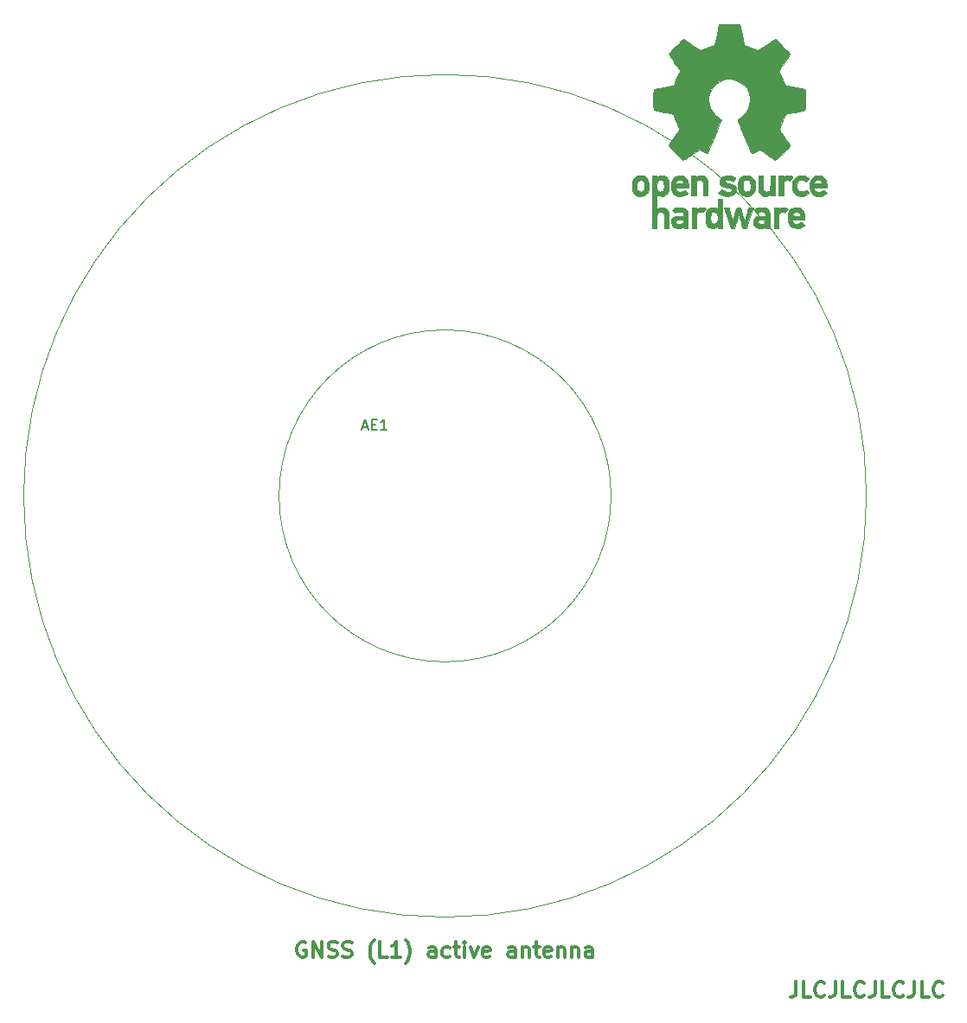
<source format=gto>
G04 #@! TF.GenerationSoftware,KiCad,Pcbnew,(6.0.6-0)*
G04 #@! TF.CreationDate,2022-09-01T16:52:26+01:00*
G04 #@! TF.ProjectId,gnss_ring_patch_pcb,676e7373-5f72-4696-9e67-5f7061746368,1.0*
G04 #@! TF.SameCoordinates,Original*
G04 #@! TF.FileFunction,Legend,Top*
G04 #@! TF.FilePolarity,Positive*
%FSLAX46Y46*%
G04 Gerber Fmt 4.6, Leading zero omitted, Abs format (unit mm)*
G04 Created by KiCad (PCBNEW (6.0.6-0)) date 2022-09-01 16:52:26*
%MOMM*%
%LPD*%
G01*
G04 APERTURE LIST*
%ADD10C,0.300000*%
%ADD11C,0.150000*%
%ADD12C,0.010000*%
%ADD13C,0.120000*%
%ADD14C,3.200000*%
%ADD15C,1.500000*%
G04 APERTURE END LIST*
D10*
X134362142Y-147578571D02*
X134362142Y-148650000D01*
X134290714Y-148864285D01*
X134147857Y-149007142D01*
X133933571Y-149078571D01*
X133790714Y-149078571D01*
X135790714Y-149078571D02*
X135076428Y-149078571D01*
X135076428Y-147578571D01*
X137147857Y-148935714D02*
X137076428Y-149007142D01*
X136862142Y-149078571D01*
X136719285Y-149078571D01*
X136505000Y-149007142D01*
X136362142Y-148864285D01*
X136290714Y-148721428D01*
X136219285Y-148435714D01*
X136219285Y-148221428D01*
X136290714Y-147935714D01*
X136362142Y-147792857D01*
X136505000Y-147650000D01*
X136719285Y-147578571D01*
X136862142Y-147578571D01*
X137076428Y-147650000D01*
X137147857Y-147721428D01*
X138219285Y-147578571D02*
X138219285Y-148650000D01*
X138147857Y-148864285D01*
X138005000Y-149007142D01*
X137790714Y-149078571D01*
X137647857Y-149078571D01*
X139647857Y-149078571D02*
X138933571Y-149078571D01*
X138933571Y-147578571D01*
X141005000Y-148935714D02*
X140933571Y-149007142D01*
X140719285Y-149078571D01*
X140576428Y-149078571D01*
X140362142Y-149007142D01*
X140219285Y-148864285D01*
X140147857Y-148721428D01*
X140076428Y-148435714D01*
X140076428Y-148221428D01*
X140147857Y-147935714D01*
X140219285Y-147792857D01*
X140362142Y-147650000D01*
X140576428Y-147578571D01*
X140719285Y-147578571D01*
X140933571Y-147650000D01*
X141005000Y-147721428D01*
X142076428Y-147578571D02*
X142076428Y-148650000D01*
X142005000Y-148864285D01*
X141862142Y-149007142D01*
X141647857Y-149078571D01*
X141505000Y-149078571D01*
X143505000Y-149078571D02*
X142790714Y-149078571D01*
X142790714Y-147578571D01*
X144862142Y-148935714D02*
X144790714Y-149007142D01*
X144576428Y-149078571D01*
X144433571Y-149078571D01*
X144219285Y-149007142D01*
X144076428Y-148864285D01*
X144005000Y-148721428D01*
X143933571Y-148435714D01*
X143933571Y-148221428D01*
X144005000Y-147935714D01*
X144076428Y-147792857D01*
X144219285Y-147650000D01*
X144433571Y-147578571D01*
X144576428Y-147578571D01*
X144790714Y-147650000D01*
X144862142Y-147721428D01*
X145933571Y-147578571D02*
X145933571Y-148650000D01*
X145862142Y-148864285D01*
X145719285Y-149007142D01*
X145505000Y-149078571D01*
X145362142Y-149078571D01*
X147362142Y-149078571D02*
X146647857Y-149078571D01*
X146647857Y-147578571D01*
X148719285Y-148935714D02*
X148647857Y-149007142D01*
X148433571Y-149078571D01*
X148290714Y-149078571D01*
X148076428Y-149007142D01*
X147933571Y-148864285D01*
X147862142Y-148721428D01*
X147790714Y-148435714D01*
X147790714Y-148221428D01*
X147862142Y-147935714D01*
X147933571Y-147792857D01*
X148076428Y-147650000D01*
X148290714Y-147578571D01*
X148433571Y-147578571D01*
X148647857Y-147650000D01*
X148719285Y-147721428D01*
X86357142Y-143750000D02*
X86214285Y-143678571D01*
X85999999Y-143678571D01*
X85785714Y-143750000D01*
X85642857Y-143892857D01*
X85571428Y-144035714D01*
X85499999Y-144321428D01*
X85499999Y-144535714D01*
X85571428Y-144821428D01*
X85642857Y-144964285D01*
X85785714Y-145107142D01*
X85999999Y-145178571D01*
X86142857Y-145178571D01*
X86357142Y-145107142D01*
X86428571Y-145035714D01*
X86428571Y-144535714D01*
X86142857Y-144535714D01*
X87071428Y-145178571D02*
X87071428Y-143678571D01*
X87928571Y-145178571D01*
X87928571Y-143678571D01*
X88571428Y-145107142D02*
X88785714Y-145178571D01*
X89142857Y-145178571D01*
X89285714Y-145107142D01*
X89357142Y-145035714D01*
X89428571Y-144892857D01*
X89428571Y-144750000D01*
X89357142Y-144607142D01*
X89285714Y-144535714D01*
X89142857Y-144464285D01*
X88857142Y-144392857D01*
X88714285Y-144321428D01*
X88642857Y-144250000D01*
X88571428Y-144107142D01*
X88571428Y-143964285D01*
X88642857Y-143821428D01*
X88714285Y-143750000D01*
X88857142Y-143678571D01*
X89214285Y-143678571D01*
X89428571Y-143750000D01*
X89999999Y-145107142D02*
X90214285Y-145178571D01*
X90571428Y-145178571D01*
X90714285Y-145107142D01*
X90785714Y-145035714D01*
X90857142Y-144892857D01*
X90857142Y-144750000D01*
X90785714Y-144607142D01*
X90714285Y-144535714D01*
X90571428Y-144464285D01*
X90285714Y-144392857D01*
X90142857Y-144321428D01*
X90071428Y-144250000D01*
X89999999Y-144107142D01*
X89999999Y-143964285D01*
X90071428Y-143821428D01*
X90142857Y-143750000D01*
X90285714Y-143678571D01*
X90642857Y-143678571D01*
X90857142Y-143750000D01*
X93071428Y-145750000D02*
X92999999Y-145678571D01*
X92857142Y-145464285D01*
X92785714Y-145321428D01*
X92714285Y-145107142D01*
X92642857Y-144750000D01*
X92642857Y-144464285D01*
X92714285Y-144107142D01*
X92785714Y-143892857D01*
X92857142Y-143750000D01*
X92999999Y-143535714D01*
X93071428Y-143464285D01*
X94357142Y-145178571D02*
X93642857Y-145178571D01*
X93642857Y-143678571D01*
X95642857Y-145178571D02*
X94785714Y-145178571D01*
X95214285Y-145178571D02*
X95214285Y-143678571D01*
X95071428Y-143892857D01*
X94928571Y-144035714D01*
X94785714Y-144107142D01*
X96142857Y-145750000D02*
X96214285Y-145678571D01*
X96357142Y-145464285D01*
X96428571Y-145321428D01*
X96499999Y-145107142D01*
X96571428Y-144750000D01*
X96571428Y-144464285D01*
X96499999Y-144107142D01*
X96428571Y-143892857D01*
X96357142Y-143750000D01*
X96214285Y-143535714D01*
X96142857Y-143464285D01*
X99071428Y-145178571D02*
X99071428Y-144392857D01*
X98999999Y-144250000D01*
X98857142Y-144178571D01*
X98571428Y-144178571D01*
X98428571Y-144250000D01*
X99071428Y-145107142D02*
X98928571Y-145178571D01*
X98571428Y-145178571D01*
X98428571Y-145107142D01*
X98357142Y-144964285D01*
X98357142Y-144821428D01*
X98428571Y-144678571D01*
X98571428Y-144607142D01*
X98928571Y-144607142D01*
X99071428Y-144535714D01*
X100428571Y-145107142D02*
X100285714Y-145178571D01*
X99999999Y-145178571D01*
X99857142Y-145107142D01*
X99785714Y-145035714D01*
X99714285Y-144892857D01*
X99714285Y-144464285D01*
X99785714Y-144321428D01*
X99857142Y-144250000D01*
X99999999Y-144178571D01*
X100285714Y-144178571D01*
X100428571Y-144250000D01*
X100857142Y-144178571D02*
X101428571Y-144178571D01*
X101071428Y-143678571D02*
X101071428Y-144964285D01*
X101142857Y-145107142D01*
X101285714Y-145178571D01*
X101428571Y-145178571D01*
X101928571Y-145178571D02*
X101928571Y-144178571D01*
X101928571Y-143678571D02*
X101857142Y-143750000D01*
X101928571Y-143821428D01*
X101999999Y-143750000D01*
X101928571Y-143678571D01*
X101928571Y-143821428D01*
X102499999Y-144178571D02*
X102857142Y-145178571D01*
X103214285Y-144178571D01*
X104357142Y-145107142D02*
X104214285Y-145178571D01*
X103928571Y-145178571D01*
X103785714Y-145107142D01*
X103714285Y-144964285D01*
X103714285Y-144392857D01*
X103785714Y-144250000D01*
X103928571Y-144178571D01*
X104214285Y-144178571D01*
X104357142Y-144250000D01*
X104428571Y-144392857D01*
X104428571Y-144535714D01*
X103714285Y-144678571D01*
X106857142Y-145178571D02*
X106857142Y-144392857D01*
X106785714Y-144250000D01*
X106642857Y-144178571D01*
X106357142Y-144178571D01*
X106214285Y-144250000D01*
X106857142Y-145107142D02*
X106714285Y-145178571D01*
X106357142Y-145178571D01*
X106214285Y-145107142D01*
X106142857Y-144964285D01*
X106142857Y-144821428D01*
X106214285Y-144678571D01*
X106357142Y-144607142D01*
X106714285Y-144607142D01*
X106857142Y-144535714D01*
X107571428Y-144178571D02*
X107571428Y-145178571D01*
X107571428Y-144321428D02*
X107642857Y-144250000D01*
X107785714Y-144178571D01*
X107999999Y-144178571D01*
X108142857Y-144250000D01*
X108214285Y-144392857D01*
X108214285Y-145178571D01*
X108714285Y-144178571D02*
X109285714Y-144178571D01*
X108928571Y-143678571D02*
X108928571Y-144964285D01*
X108999999Y-145107142D01*
X109142857Y-145178571D01*
X109285714Y-145178571D01*
X110357142Y-145107142D02*
X110214285Y-145178571D01*
X109928571Y-145178571D01*
X109785714Y-145107142D01*
X109714285Y-144964285D01*
X109714285Y-144392857D01*
X109785714Y-144250000D01*
X109928571Y-144178571D01*
X110214285Y-144178571D01*
X110357142Y-144250000D01*
X110428571Y-144392857D01*
X110428571Y-144535714D01*
X109714285Y-144678571D01*
X111071428Y-144178571D02*
X111071428Y-145178571D01*
X111071428Y-144321428D02*
X111142857Y-144250000D01*
X111285714Y-144178571D01*
X111499999Y-144178571D01*
X111642857Y-144250000D01*
X111714285Y-144392857D01*
X111714285Y-145178571D01*
X112428571Y-144178571D02*
X112428571Y-145178571D01*
X112428571Y-144321428D02*
X112499999Y-144250000D01*
X112642857Y-144178571D01*
X112857142Y-144178571D01*
X112999999Y-144250000D01*
X113071428Y-144392857D01*
X113071428Y-145178571D01*
X114428571Y-145178571D02*
X114428571Y-144392857D01*
X114357142Y-144250000D01*
X114214285Y-144178571D01*
X113928571Y-144178571D01*
X113785714Y-144250000D01*
X114428571Y-145107142D02*
X114285714Y-145178571D01*
X113928571Y-145178571D01*
X113785714Y-145107142D01*
X113714285Y-144964285D01*
X113714285Y-144821428D01*
X113785714Y-144678571D01*
X113928571Y-144607142D01*
X114285714Y-144607142D01*
X114428571Y-144535714D01*
D11*
X91939042Y-93237020D02*
X92415232Y-93237020D01*
X91843804Y-93522734D02*
X92177137Y-92522734D01*
X92510470Y-93522734D01*
X92843804Y-92998925D02*
X93177137Y-92998925D01*
X93319994Y-93522734D02*
X92843804Y-93522734D01*
X92843804Y-92522734D01*
X93319994Y-92522734D01*
X94272375Y-93522734D02*
X93700947Y-93522734D01*
X93986661Y-93522734D02*
X93986661Y-92522734D01*
X93891423Y-92665592D01*
X93796185Y-92760830D01*
X93700947Y-92808449D01*
G36*
X124510525Y-71757540D02*
G01*
X124572837Y-71776218D01*
X124592925Y-71817255D01*
X124593770Y-71835782D01*
X124597375Y-71887383D01*
X124622200Y-71895484D01*
X124689263Y-71860108D01*
X124729098Y-71835937D01*
X124854773Y-71784175D01*
X125004877Y-71758581D01*
X125162263Y-71756613D01*
X125309786Y-71775729D01*
X125430300Y-71813387D01*
X125506660Y-71867044D01*
X125521719Y-71934158D01*
X125514119Y-71952333D01*
X125458718Y-72027777D01*
X125372810Y-72120568D01*
X125357272Y-72135568D01*
X125275388Y-72204540D01*
X125204737Y-72226825D01*
X125105932Y-72211272D01*
X125066348Y-72200938D01*
X124943172Y-72176116D01*
X124856564Y-72187278D01*
X124783424Y-72226646D01*
X124716426Y-72279479D01*
X124667082Y-72345924D01*
X124632791Y-72438652D01*
X124610952Y-72570334D01*
X124598966Y-72753641D01*
X124594231Y-73001246D01*
X124593770Y-73150744D01*
X124593770Y-73793443D01*
X124177377Y-73793443D01*
X124177377Y-71753115D01*
X124385574Y-71753115D01*
X124510525Y-71757540D01*
G37*
D12*
X124510525Y-71757540D02*
X124572837Y-71776218D01*
X124592925Y-71817255D01*
X124593770Y-71835782D01*
X124597375Y-71887383D01*
X124622200Y-71895484D01*
X124689263Y-71860108D01*
X124729098Y-71835937D01*
X124854773Y-71784175D01*
X125004877Y-71758581D01*
X125162263Y-71756613D01*
X125309786Y-71775729D01*
X125430300Y-71813387D01*
X125506660Y-71867044D01*
X125521719Y-71934158D01*
X125514119Y-71952333D01*
X125458718Y-72027777D01*
X125372810Y-72120568D01*
X125357272Y-72135568D01*
X125275388Y-72204540D01*
X125204737Y-72226825D01*
X125105932Y-72211272D01*
X125066348Y-72200938D01*
X124943172Y-72176116D01*
X124856564Y-72187278D01*
X124783424Y-72226646D01*
X124716426Y-72279479D01*
X124667082Y-72345924D01*
X124632791Y-72438652D01*
X124610952Y-72570334D01*
X124598966Y-72753641D01*
X124594231Y-73001246D01*
X124593770Y-73150744D01*
X124593770Y-73793443D01*
X124177377Y-73793443D01*
X124177377Y-71753115D01*
X124385574Y-71753115D01*
X124510525Y-71757540D01*
G36*
X133215107Y-71752460D02*
G01*
X133375182Y-71784017D01*
X133466312Y-71830743D01*
X133562179Y-71908370D01*
X133425787Y-72080579D01*
X133341694Y-72184867D01*
X133284592Y-72235746D01*
X133227844Y-72243519D01*
X133144811Y-72218488D01*
X133105833Y-72204327D01*
X132946926Y-72183433D01*
X132801399Y-72228220D01*
X132694560Y-72329399D01*
X132677205Y-72361659D01*
X132658303Y-72447115D01*
X132643716Y-72604606D01*
X132634126Y-72822969D01*
X132630219Y-73091038D01*
X132630164Y-73129172D01*
X132630164Y-73793443D01*
X132172131Y-73793443D01*
X132172131Y-71753115D01*
X132401148Y-71753115D01*
X132533199Y-71756563D01*
X132601992Y-71771907D01*
X132627430Y-71806648D01*
X132630164Y-71839416D01*
X132630164Y-71925717D01*
X132739878Y-71839416D01*
X132865680Y-71780538D01*
X133034681Y-71751426D01*
X133215107Y-71752460D01*
G37*
X133215107Y-71752460D02*
X133375182Y-71784017D01*
X133466312Y-71830743D01*
X133562179Y-71908370D01*
X133425787Y-72080579D01*
X133341694Y-72184867D01*
X133284592Y-72235746D01*
X133227844Y-72243519D01*
X133144811Y-72218488D01*
X133105833Y-72204327D01*
X132946926Y-72183433D01*
X132801399Y-72228220D01*
X132694560Y-72329399D01*
X132677205Y-72361659D01*
X132658303Y-72447115D01*
X132643716Y-72604606D01*
X132634126Y-72822969D01*
X132630219Y-73091038D01*
X132630164Y-73129172D01*
X132630164Y-73793443D01*
X132172131Y-73793443D01*
X132172131Y-71753115D01*
X132401148Y-71753115D01*
X132533199Y-71756563D01*
X132601992Y-71771907D01*
X132627430Y-71806648D01*
X132630164Y-71839416D01*
X132630164Y-71925717D01*
X132739878Y-71839416D01*
X132865680Y-71780538D01*
X133034681Y-71751426D01*
X133215107Y-71752460D01*
G36*
X133641624Y-72181175D02*
G01*
X133762210Y-71983525D01*
X133933834Y-71848702D01*
X134157998Y-71774626D01*
X134279438Y-71760360D01*
X134530842Y-71763999D01*
X134729876Y-71815746D01*
X134896561Y-71922544D01*
X134977269Y-72002326D01*
X135109568Y-72190931D01*
X135185390Y-72409720D01*
X135211438Y-72678668D01*
X135211571Y-72700410D01*
X135211803Y-72919017D01*
X133953595Y-72919017D01*
X133980415Y-73033525D01*
X134028841Y-73137232D01*
X134113596Y-73245290D01*
X134131323Y-73262541D01*
X134283680Y-73355904D01*
X134457424Y-73371738D01*
X134657411Y-73310313D01*
X134691311Y-73293771D01*
X134795288Y-73243484D01*
X134864931Y-73214834D01*
X134877083Y-73212184D01*
X134919501Y-73237913D01*
X135000399Y-73300861D01*
X135041465Y-73335259D01*
X135126560Y-73414276D01*
X135154503Y-73466451D01*
X135135110Y-73514446D01*
X135124743Y-73527570D01*
X135054531Y-73585008D01*
X134938674Y-73654813D01*
X134857869Y-73695564D01*
X134628501Y-73767362D01*
X134374564Y-73790625D01*
X134134074Y-73763059D01*
X134066721Y-73743321D01*
X133858262Y-73631612D01*
X133703746Y-73459721D01*
X133602278Y-73225979D01*
X133552965Y-72928716D01*
X133547551Y-72773279D01*
X133563359Y-72546973D01*
X133962623Y-72546973D01*
X134001240Y-72563702D01*
X134105042Y-72576829D01*
X134255956Y-72584575D01*
X134358197Y-72585902D01*
X134542101Y-72584623D01*
X134658174Y-72578638D01*
X134721852Y-72564724D01*
X134748567Y-72539655D01*
X134753770Y-72503280D01*
X134718073Y-72391229D01*
X134628196Y-72280488D01*
X134509966Y-72195489D01*
X134391690Y-72160718D01*
X134231044Y-72191563D01*
X134091978Y-72280732D01*
X133995557Y-72409263D01*
X133962623Y-72546973D01*
X133563359Y-72546973D01*
X133570572Y-72443733D01*
X133641624Y-72181175D01*
G37*
X133641624Y-72181175D02*
X133762210Y-71983525D01*
X133933834Y-71848702D01*
X134157998Y-71774626D01*
X134279438Y-71760360D01*
X134530842Y-71763999D01*
X134729876Y-71815746D01*
X134896561Y-71922544D01*
X134977269Y-72002326D01*
X135109568Y-72190931D01*
X135185390Y-72409720D01*
X135211438Y-72678668D01*
X135211571Y-72700410D01*
X135211803Y-72919017D01*
X133953595Y-72919017D01*
X133980415Y-73033525D01*
X134028841Y-73137232D01*
X134113596Y-73245290D01*
X134131323Y-73262541D01*
X134283680Y-73355904D01*
X134457424Y-73371738D01*
X134657411Y-73310313D01*
X134691311Y-73293771D01*
X134795288Y-73243484D01*
X134864931Y-73214834D01*
X134877083Y-73212184D01*
X134919501Y-73237913D01*
X135000399Y-73300861D01*
X135041465Y-73335259D01*
X135126560Y-73414276D01*
X135154503Y-73466451D01*
X135135110Y-73514446D01*
X135124743Y-73527570D01*
X135054531Y-73585008D01*
X134938674Y-73654813D01*
X134857869Y-73695564D01*
X134628501Y-73767362D01*
X134374564Y-73790625D01*
X134134074Y-73763059D01*
X134066721Y-73743321D01*
X133858262Y-73631612D01*
X133703746Y-73459721D01*
X133602278Y-73225979D01*
X133552965Y-72928716D01*
X133547551Y-72773279D01*
X133563359Y-72546973D01*
X133962623Y-72546973D01*
X134001240Y-72563702D01*
X134105042Y-72576829D01*
X134255956Y-72584575D01*
X134358197Y-72585902D01*
X134542101Y-72584623D01*
X134658174Y-72578638D01*
X134721852Y-72564724D01*
X134748567Y-72539655D01*
X134753770Y-72503280D01*
X134718073Y-72391229D01*
X134628196Y-72280488D01*
X134509966Y-72195489D01*
X134391690Y-72160718D01*
X134231044Y-72191563D01*
X134091978Y-72280732D01*
X133995557Y-72409263D01*
X133962623Y-72546973D01*
X133563359Y-72546973D01*
X133570572Y-72443733D01*
X133641624Y-72181175D01*
G36*
X135842572Y-68979780D02*
G01*
X135994911Y-68796284D01*
X136187374Y-68671209D01*
X136413742Y-68611229D01*
X136667792Y-68623019D01*
X136774414Y-68648922D01*
X136978830Y-68743772D01*
X137153625Y-68888633D01*
X137274597Y-69062320D01*
X137291217Y-69101317D01*
X137314016Y-69203465D01*
X137329975Y-69354573D01*
X137335410Y-69507301D01*
X137335410Y-69796066D01*
X136731639Y-69796066D01*
X136482619Y-69797007D01*
X136307189Y-69802723D01*
X136195665Y-69817550D01*
X136138360Y-69845827D01*
X136125588Y-69891890D01*
X136147662Y-69960077D01*
X136187205Y-70039863D01*
X136297509Y-70173017D01*
X136450792Y-70239355D01*
X136638141Y-70237194D01*
X136850363Y-70164991D01*
X137033773Y-70075883D01*
X137185962Y-70196220D01*
X137338151Y-70316558D01*
X137194974Y-70448843D01*
X137003828Y-70573832D01*
X136768753Y-70649189D01*
X136515898Y-70670278D01*
X136271413Y-70632460D01*
X136231967Y-70619628D01*
X136017090Y-70507414D01*
X135857250Y-70340118D01*
X135749080Y-70112748D01*
X135689210Y-69820308D01*
X135688513Y-69814040D01*
X135683152Y-69495332D01*
X135704823Y-69381632D01*
X136127869Y-69381632D01*
X136166722Y-69399116D01*
X136272205Y-69412508D01*
X136427707Y-69420155D01*
X136526249Y-69421312D01*
X136710013Y-69420588D01*
X136824914Y-69415983D01*
X136885366Y-69403848D01*
X136905783Y-69380530D01*
X136900581Y-69342382D01*
X136896217Y-69327623D01*
X136821724Y-69188944D01*
X136704566Y-69077179D01*
X136601173Y-69028066D01*
X136463816Y-69031032D01*
X136324629Y-69092278D01*
X136207874Y-69193683D01*
X136137810Y-69317122D01*
X136127869Y-69381632D01*
X135704823Y-69381632D01*
X135736579Y-69215020D01*
X135842572Y-68979780D01*
G37*
X135842572Y-68979780D02*
X135994911Y-68796284D01*
X136187374Y-68671209D01*
X136413742Y-68611229D01*
X136667792Y-68623019D01*
X136774414Y-68648922D01*
X136978830Y-68743772D01*
X137153625Y-68888633D01*
X137274597Y-69062320D01*
X137291217Y-69101317D01*
X137314016Y-69203465D01*
X137329975Y-69354573D01*
X137335410Y-69507301D01*
X137335410Y-69796066D01*
X136731639Y-69796066D01*
X136482619Y-69797007D01*
X136307189Y-69802723D01*
X136195665Y-69817550D01*
X136138360Y-69845827D01*
X136125588Y-69891890D01*
X136147662Y-69960077D01*
X136187205Y-70039863D01*
X136297509Y-70173017D01*
X136450792Y-70239355D01*
X136638141Y-70237194D01*
X136850363Y-70164991D01*
X137033773Y-70075883D01*
X137185962Y-70196220D01*
X137338151Y-70316558D01*
X137194974Y-70448843D01*
X137003828Y-70573832D01*
X136768753Y-70649189D01*
X136515898Y-70670278D01*
X136271413Y-70632460D01*
X136231967Y-70619628D01*
X136017090Y-70507414D01*
X135857250Y-70340118D01*
X135749080Y-70112748D01*
X135689210Y-69820308D01*
X135688513Y-69814040D01*
X135683152Y-69495332D01*
X135704823Y-69381632D01*
X136127869Y-69381632D01*
X136166722Y-69399116D01*
X136272205Y-69412508D01*
X136427707Y-69420155D01*
X136526249Y-69421312D01*
X136710013Y-69420588D01*
X136824914Y-69415983D01*
X136885366Y-69403848D01*
X136905783Y-69380530D01*
X136900581Y-69342382D01*
X136896217Y-69327623D01*
X136821724Y-69188944D01*
X136704566Y-69077179D01*
X136601173Y-69028066D01*
X136463816Y-69031032D01*
X136324629Y-69092278D01*
X136207874Y-69193683D01*
X136137810Y-69317122D01*
X136127869Y-69381632D01*
X135704823Y-69381632D01*
X135736579Y-69215020D01*
X135842572Y-68979780D01*
G36*
X130239440Y-72857692D02*
G01*
X130341968Y-72729656D01*
X130404065Y-72674302D01*
X130464855Y-72637924D01*
X130543952Y-72615744D01*
X130660971Y-72602982D01*
X130835527Y-72594857D01*
X130904763Y-72592521D01*
X131339344Y-72578321D01*
X131338707Y-72446784D01*
X131321876Y-72308519D01*
X131261026Y-72224917D01*
X131138095Y-72171507D01*
X131134797Y-72170555D01*
X130960504Y-72149555D01*
X130789952Y-72176985D01*
X130663200Y-72243689D01*
X130612342Y-72276625D01*
X130557565Y-72272068D01*
X130473272Y-72224349D01*
X130423773Y-72190671D01*
X130326955Y-72118716D01*
X130266982Y-72064779D01*
X130257359Y-72049337D01*
X130296985Y-71969424D01*
X130414064Y-71873989D01*
X130464918Y-71841789D01*
X130611113Y-71786332D01*
X130808137Y-71754913D01*
X131026989Y-71747855D01*
X131238670Y-71765480D01*
X131414179Y-71808109D01*
X131464912Y-71830693D01*
X131563254Y-71889847D01*
X131638727Y-71956472D01*
X131694571Y-72042135D01*
X131734026Y-72158405D01*
X131760332Y-72316848D01*
X131776729Y-72529034D01*
X131786457Y-72806529D01*
X131790151Y-72991885D01*
X131803745Y-73793443D01*
X131571544Y-73793443D01*
X131430677Y-73787536D01*
X131358102Y-73767350D01*
X131339344Y-73733453D01*
X131329441Y-73696799D01*
X131285166Y-73703807D01*
X131224836Y-73733197D01*
X131073803Y-73778246D01*
X130879693Y-73790385D01*
X130675531Y-73770529D01*
X130494340Y-73719592D01*
X130478089Y-73712522D01*
X130312491Y-73596188D01*
X130203324Y-73434467D01*
X130153091Y-73245430D01*
X130156928Y-73177515D01*
X130566763Y-73177515D01*
X130602875Y-73268914D01*
X130709942Y-73334411D01*
X130882684Y-73369563D01*
X130975000Y-73374231D01*
X131128850Y-73362282D01*
X131231115Y-73315844D01*
X131256066Y-73293771D01*
X131323661Y-73173681D01*
X131339344Y-73064754D01*
X131339344Y-72919017D01*
X131136352Y-72919017D01*
X130900387Y-72931043D01*
X130734881Y-72968871D01*
X130630305Y-73035121D01*
X130606891Y-73064656D01*
X130566763Y-73177515D01*
X130156928Y-73177515D01*
X130164295Y-73047148D01*
X130239440Y-72857692D01*
G37*
X130239440Y-72857692D02*
X130341968Y-72729656D01*
X130404065Y-72674302D01*
X130464855Y-72637924D01*
X130543952Y-72615744D01*
X130660971Y-72602982D01*
X130835527Y-72594857D01*
X130904763Y-72592521D01*
X131339344Y-72578321D01*
X131338707Y-72446784D01*
X131321876Y-72308519D01*
X131261026Y-72224917D01*
X131138095Y-72171507D01*
X131134797Y-72170555D01*
X130960504Y-72149555D01*
X130789952Y-72176985D01*
X130663200Y-72243689D01*
X130612342Y-72276625D01*
X130557565Y-72272068D01*
X130473272Y-72224349D01*
X130423773Y-72190671D01*
X130326955Y-72118716D01*
X130266982Y-72064779D01*
X130257359Y-72049337D01*
X130296985Y-71969424D01*
X130414064Y-71873989D01*
X130464918Y-71841789D01*
X130611113Y-71786332D01*
X130808137Y-71754913D01*
X131026989Y-71747855D01*
X131238670Y-71765480D01*
X131414179Y-71808109D01*
X131464912Y-71830693D01*
X131563254Y-71889847D01*
X131638727Y-71956472D01*
X131694571Y-72042135D01*
X131734026Y-72158405D01*
X131760332Y-72316848D01*
X131776729Y-72529034D01*
X131786457Y-72806529D01*
X131790151Y-72991885D01*
X131803745Y-73793443D01*
X131571544Y-73793443D01*
X131430677Y-73787536D01*
X131358102Y-73767350D01*
X131339344Y-73733453D01*
X131329441Y-73696799D01*
X131285166Y-73703807D01*
X131224836Y-73733197D01*
X131073803Y-73778246D01*
X130879693Y-73790385D01*
X130675531Y-73770529D01*
X130494340Y-73719592D01*
X130478089Y-73712522D01*
X130312491Y-73596188D01*
X130203324Y-73434467D01*
X130153091Y-73245430D01*
X130156928Y-73177515D01*
X130566763Y-73177515D01*
X130602875Y-73268914D01*
X130709942Y-73334411D01*
X130882684Y-73369563D01*
X130975000Y-73374231D01*
X131128850Y-73362282D01*
X131231115Y-73315844D01*
X131256066Y-73293771D01*
X131323661Y-73173681D01*
X131339344Y-73064754D01*
X131339344Y-72919017D01*
X131136352Y-72919017D01*
X130900387Y-72931043D01*
X130734881Y-72968871D01*
X130630305Y-73035121D01*
X130606891Y-73064656D01*
X130566763Y-73177515D01*
X130156928Y-73177515D01*
X130164295Y-73047148D01*
X130239440Y-72857692D01*
G36*
X131089508Y-69278311D02*
G01*
X131093444Y-69583698D01*
X131107823Y-69815660D01*
X131136504Y-69983786D01*
X131183348Y-70097671D01*
X131252211Y-70166905D01*
X131346954Y-70201080D01*
X131464262Y-70209811D01*
X131587123Y-70200028D01*
X131680444Y-70164287D01*
X131748084Y-70092995D01*
X131793901Y-69976561D01*
X131821755Y-69805391D01*
X131835504Y-69569896D01*
X131839016Y-69278311D01*
X131839016Y-68630164D01*
X132297049Y-68630164D01*
X132297049Y-70628853D01*
X132068033Y-70628853D01*
X131929971Y-70623258D01*
X131858878Y-70603611D01*
X131839016Y-70566313D01*
X131827054Y-70533094D01*
X131779447Y-70540121D01*
X131683485Y-70587132D01*
X131463548Y-70659654D01*
X131230274Y-70654516D01*
X131006755Y-70575766D01*
X130900313Y-70513558D01*
X130819122Y-70446204D01*
X130759808Y-70361928D01*
X130718996Y-70248957D01*
X130693312Y-70095515D01*
X130679381Y-69889827D01*
X130673829Y-69620118D01*
X130673115Y-69411551D01*
X130673115Y-68630164D01*
X131089508Y-68630164D01*
X131089508Y-69278311D01*
G37*
X131089508Y-69278311D02*
X131093444Y-69583698D01*
X131107823Y-69815660D01*
X131136504Y-69983786D01*
X131183348Y-70097671D01*
X131252211Y-70166905D01*
X131346954Y-70201080D01*
X131464262Y-70209811D01*
X131587123Y-70200028D01*
X131680444Y-70164287D01*
X131748084Y-70092995D01*
X131793901Y-69976561D01*
X131821755Y-69805391D01*
X131835504Y-69569896D01*
X131839016Y-69278311D01*
X131839016Y-68630164D01*
X132297049Y-68630164D01*
X132297049Y-70628853D01*
X132068033Y-70628853D01*
X131929971Y-70623258D01*
X131858878Y-70603611D01*
X131839016Y-70566313D01*
X131827054Y-70533094D01*
X131779447Y-70540121D01*
X131683485Y-70587132D01*
X131463548Y-70659654D01*
X131230274Y-70654516D01*
X131006755Y-70575766D01*
X130900313Y-70513558D01*
X130819122Y-70446204D01*
X130759808Y-70361928D01*
X130718996Y-70248957D01*
X130693312Y-70095515D01*
X130679381Y-69889827D01*
X130673829Y-69620118D01*
X130673115Y-69411551D01*
X130673115Y-68630164D01*
X131089508Y-68630164D01*
X131089508Y-69278311D01*
G36*
X122282955Y-68965983D02*
G01*
X122389689Y-68835557D01*
X122587020Y-68694131D01*
X122818985Y-68618556D01*
X123065712Y-68611724D01*
X123307325Y-68676526D01*
X123348819Y-68696061D01*
X123492434Y-68801263D01*
X123628236Y-68954793D01*
X123729638Y-69123845D01*
X123758480Y-69201567D01*
X123784794Y-69340398D01*
X123800485Y-69508177D01*
X123802391Y-69577459D01*
X123802623Y-69796066D01*
X122544415Y-69796066D01*
X122571234Y-69910574D01*
X122637066Y-70046004D01*
X122752161Y-70163046D01*
X122889087Y-70238442D01*
X122976342Y-70254098D01*
X123094672Y-70235099D01*
X123235851Y-70187446D01*
X123283811Y-70165521D01*
X123461171Y-70076944D01*
X123612530Y-70192391D01*
X123699869Y-70270474D01*
X123746342Y-70334922D01*
X123748695Y-70353837D01*
X123707178Y-70399681D01*
X123616190Y-70469349D01*
X123533605Y-70523700D01*
X123310751Y-70621405D01*
X123060913Y-70665628D01*
X122813290Y-70654130D01*
X122615902Y-70594029D01*
X122412424Y-70465284D01*
X122267821Y-70295774D01*
X122177361Y-70076462D01*
X122136311Y-69798309D01*
X122132671Y-69671034D01*
X122147239Y-69379375D01*
X122149028Y-69370891D01*
X122565941Y-69370891D01*
X122577423Y-69398242D01*
X122624616Y-69413324D01*
X122721951Y-69419788D01*
X122883864Y-69421285D01*
X122946210Y-69421312D01*
X123135897Y-69419052D01*
X123256189Y-69410844D01*
X123320884Y-69394550D01*
X123343780Y-69368027D01*
X123344590Y-69359510D01*
X123318460Y-69291825D01*
X123253063Y-69197005D01*
X123224948Y-69163805D01*
X123120574Y-69069906D01*
X123011775Y-69032988D01*
X122953157Y-69029902D01*
X122794574Y-69068493D01*
X122661587Y-69172155D01*
X122577228Y-69322717D01*
X122575733Y-69327623D01*
X122565941Y-69370891D01*
X122149028Y-69370891D01*
X122195684Y-69149722D01*
X122282955Y-68965983D01*
G37*
X122282955Y-68965983D02*
X122389689Y-68835557D01*
X122587020Y-68694131D01*
X122818985Y-68618556D01*
X123065712Y-68611724D01*
X123307325Y-68676526D01*
X123348819Y-68696061D01*
X123492434Y-68801263D01*
X123628236Y-68954793D01*
X123729638Y-69123845D01*
X123758480Y-69201567D01*
X123784794Y-69340398D01*
X123800485Y-69508177D01*
X123802391Y-69577459D01*
X123802623Y-69796066D01*
X122544415Y-69796066D01*
X122571234Y-69910574D01*
X122637066Y-70046004D01*
X122752161Y-70163046D01*
X122889087Y-70238442D01*
X122976342Y-70254098D01*
X123094672Y-70235099D01*
X123235851Y-70187446D01*
X123283811Y-70165521D01*
X123461171Y-70076944D01*
X123612530Y-70192391D01*
X123699869Y-70270474D01*
X123746342Y-70334922D01*
X123748695Y-70353837D01*
X123707178Y-70399681D01*
X123616190Y-70469349D01*
X123533605Y-70523700D01*
X123310751Y-70621405D01*
X123060913Y-70665628D01*
X122813290Y-70654130D01*
X122615902Y-70594029D01*
X122412424Y-70465284D01*
X122267821Y-70295774D01*
X122177361Y-70076462D01*
X122136311Y-69798309D01*
X122132671Y-69671034D01*
X122147239Y-69379375D01*
X122149028Y-69370891D01*
X122565941Y-69370891D01*
X122577423Y-69398242D01*
X122624616Y-69413324D01*
X122721951Y-69419788D01*
X122883864Y-69421285D01*
X122946210Y-69421312D01*
X123135897Y-69419052D01*
X123256189Y-69410844D01*
X123320884Y-69394550D01*
X123343780Y-69368027D01*
X123344590Y-69359510D01*
X123318460Y-69291825D01*
X123253063Y-69197005D01*
X123224948Y-69163805D01*
X123120574Y-69069906D01*
X123011775Y-69032988D01*
X122953157Y-69029902D01*
X122794574Y-69068493D01*
X122661587Y-69172155D01*
X122577228Y-69322717D01*
X122575733Y-69327623D01*
X122565941Y-69370891D01*
X122149028Y-69370891D01*
X122195684Y-69149722D01*
X122282955Y-68965983D01*
G36*
X135142288Y-68647602D02*
G01*
X135383543Y-68750090D01*
X135459531Y-68799981D01*
X135556648Y-68876651D01*
X135617612Y-68936936D01*
X135628197Y-68956571D01*
X135598308Y-69000142D01*
X135521819Y-69074077D01*
X135460582Y-69125679D01*
X135292967Y-69260378D01*
X135160614Y-69149010D01*
X135058336Y-69077113D01*
X134958610Y-69052296D01*
X134844475Y-69058357D01*
X134663234Y-69103418D01*
X134538475Y-69196949D01*
X134462658Y-69348154D01*
X134428240Y-69566236D01*
X134428231Y-69566373D01*
X134431208Y-69810124D01*
X134477467Y-69988966D01*
X134569742Y-70110730D01*
X134632650Y-70151964D01*
X134799717Y-70203311D01*
X134978162Y-70203342D01*
X135133415Y-70153522D01*
X135170164Y-70129180D01*
X135262330Y-70067004D01*
X135334387Y-70056813D01*
X135412102Y-70103092D01*
X135498018Y-70186212D01*
X135634011Y-70326521D01*
X135483023Y-70450978D01*
X135249740Y-70591443D01*
X134986673Y-70660666D01*
X134711760Y-70655653D01*
X134531216Y-70609755D01*
X134320194Y-70496249D01*
X134151426Y-70317685D01*
X134074753Y-70191639D01*
X134012654Y-70010791D01*
X133981581Y-69781745D01*
X133981342Y-69533510D01*
X134011743Y-69295093D01*
X134072592Y-69095503D01*
X134082176Y-69075039D01*
X134224102Y-68874341D01*
X134416259Y-68728217D01*
X134643464Y-68639698D01*
X134890535Y-68611815D01*
X135142288Y-68647602D01*
G37*
X135142288Y-68647602D02*
X135383543Y-68750090D01*
X135459531Y-68799981D01*
X135556648Y-68876651D01*
X135617612Y-68936936D01*
X135628197Y-68956571D01*
X135598308Y-69000142D01*
X135521819Y-69074077D01*
X135460582Y-69125679D01*
X135292967Y-69260378D01*
X135160614Y-69149010D01*
X135058336Y-69077113D01*
X134958610Y-69052296D01*
X134844475Y-69058357D01*
X134663234Y-69103418D01*
X134538475Y-69196949D01*
X134462658Y-69348154D01*
X134428240Y-69566236D01*
X134428231Y-69566373D01*
X134431208Y-69810124D01*
X134477467Y-69988966D01*
X134569742Y-70110730D01*
X134632650Y-70151964D01*
X134799717Y-70203311D01*
X134978162Y-70203342D01*
X135133415Y-70153522D01*
X135170164Y-70129180D01*
X135262330Y-70067004D01*
X135334387Y-70056813D01*
X135412102Y-70103092D01*
X135498018Y-70186212D01*
X135634011Y-70326521D01*
X135483023Y-70450978D01*
X135249740Y-70591443D01*
X134986673Y-70660666D01*
X134711760Y-70655653D01*
X134531216Y-70609755D01*
X134320194Y-70496249D01*
X134151426Y-70317685D01*
X134074753Y-70191639D01*
X134012654Y-70010791D01*
X133981581Y-69781745D01*
X133981342Y-69533510D01*
X134011743Y-69295093D01*
X134072592Y-69095503D01*
X134082176Y-69075039D01*
X134224102Y-68874341D01*
X134416259Y-68728217D01*
X134643464Y-68639698D01*
X134890535Y-68611815D01*
X135142288Y-68647602D01*
G36*
X122234369Y-72819946D02*
G01*
X122379286Y-72680206D01*
X122399317Y-72667495D01*
X122485390Y-72626105D01*
X122591927Y-72601041D01*
X122740859Y-72588858D01*
X122917787Y-72586057D01*
X123302951Y-72585902D01*
X123302951Y-72424443D01*
X123286613Y-72299168D01*
X123244922Y-72215241D01*
X123240041Y-72210773D01*
X123147264Y-72174059D01*
X123007216Y-72159828D01*
X122852445Y-72166821D01*
X122715501Y-72193780D01*
X122634241Y-72234212D01*
X122590210Y-72266601D01*
X122543715Y-72272784D01*
X122479549Y-72246248D01*
X122382505Y-72180479D01*
X122237374Y-72068963D01*
X122224053Y-72058516D01*
X122230879Y-72019862D01*
X122287822Y-71955572D01*
X122374370Y-71884131D01*
X122470008Y-71824021D01*
X122500056Y-71809827D01*
X122609659Y-71781503D01*
X122770265Y-71761300D01*
X122949698Y-71753196D01*
X122958089Y-71753180D01*
X123216221Y-71769247D01*
X123412111Y-71821514D01*
X123561233Y-71916253D01*
X123666465Y-72040338D01*
X123699179Y-72093296D01*
X123723331Y-72148768D01*
X123740216Y-72219730D01*
X123751127Y-72319154D01*
X123757360Y-72460016D01*
X123760209Y-72655289D01*
X123760968Y-72917948D01*
X123760984Y-72987633D01*
X123760984Y-73793443D01*
X123561115Y-73793443D01*
X123433630Y-73784515D01*
X123339366Y-73761896D01*
X123315749Y-73747946D01*
X123251185Y-73723870D01*
X123185241Y-73747946D01*
X123076668Y-73778003D01*
X122918958Y-73790100D01*
X122744156Y-73784851D01*
X122584307Y-73762869D01*
X122490984Y-73734663D01*
X122310391Y-73618731D01*
X122197530Y-73457847D01*
X122146791Y-73243936D01*
X122146320Y-73238443D01*
X122150773Y-73143547D01*
X122553443Y-73143547D01*
X122588646Y-73251484D01*
X122645986Y-73312229D01*
X122761087Y-73358172D01*
X122913014Y-73376512D01*
X123067939Y-73367485D01*
X123192036Y-73331332D01*
X123226803Y-73308137D01*
X123287556Y-73200960D01*
X123302951Y-73079120D01*
X123302951Y-72919017D01*
X123072597Y-72919017D01*
X122853759Y-72935863D01*
X122687863Y-72983593D01*
X122584662Y-73057986D01*
X122553443Y-73143547D01*
X122150773Y-73143547D01*
X122157287Y-73004731D01*
X122234369Y-72819946D01*
G37*
X122234369Y-72819946D02*
X122379286Y-72680206D01*
X122399317Y-72667495D01*
X122485390Y-72626105D01*
X122591927Y-72601041D01*
X122740859Y-72588858D01*
X122917787Y-72586057D01*
X123302951Y-72585902D01*
X123302951Y-72424443D01*
X123286613Y-72299168D01*
X123244922Y-72215241D01*
X123240041Y-72210773D01*
X123147264Y-72174059D01*
X123007216Y-72159828D01*
X122852445Y-72166821D01*
X122715501Y-72193780D01*
X122634241Y-72234212D01*
X122590210Y-72266601D01*
X122543715Y-72272784D01*
X122479549Y-72246248D01*
X122382505Y-72180479D01*
X122237374Y-72068963D01*
X122224053Y-72058516D01*
X122230879Y-72019862D01*
X122287822Y-71955572D01*
X122374370Y-71884131D01*
X122470008Y-71824021D01*
X122500056Y-71809827D01*
X122609659Y-71781503D01*
X122770265Y-71761300D01*
X122949698Y-71753196D01*
X122958089Y-71753180D01*
X123216221Y-71769247D01*
X123412111Y-71821514D01*
X123561233Y-71916253D01*
X123666465Y-72040338D01*
X123699179Y-72093296D01*
X123723331Y-72148768D01*
X123740216Y-72219730D01*
X123751127Y-72319154D01*
X123757360Y-72460016D01*
X123760209Y-72655289D01*
X123760968Y-72917948D01*
X123760984Y-72987633D01*
X123760984Y-73793443D01*
X123561115Y-73793443D01*
X123433630Y-73784515D01*
X123339366Y-73761896D01*
X123315749Y-73747946D01*
X123251185Y-73723870D01*
X123185241Y-73747946D01*
X123076668Y-73778003D01*
X122918958Y-73790100D01*
X122744156Y-73784851D01*
X122584307Y-73762869D01*
X122490984Y-73734663D01*
X122310391Y-73618731D01*
X122197530Y-73457847D01*
X122146791Y-73243936D01*
X122146320Y-73238443D01*
X122150773Y-73143547D01*
X122553443Y-73143547D01*
X122588646Y-73251484D01*
X122645986Y-73312229D01*
X122761087Y-73358172D01*
X122913014Y-73376512D01*
X123067939Y-73367485D01*
X123192036Y-73331332D01*
X123226803Y-73308137D01*
X123287556Y-73200960D01*
X123302951Y-73079120D01*
X123302951Y-72919017D01*
X123072597Y-72919017D01*
X122853759Y-72935863D01*
X122687863Y-72983593D01*
X122584662Y-73057986D01*
X122553443Y-73143547D01*
X122150773Y-73143547D01*
X122157287Y-73004731D01*
X122234369Y-72819946D01*
G36*
X125516194Y-72617010D02*
G01*
X125536558Y-72346856D01*
X125578883Y-72144024D01*
X125649294Y-71994077D01*
X125753912Y-71882579D01*
X125855479Y-71817127D01*
X125997384Y-71771117D01*
X126173879Y-71755336D01*
X126354607Y-71768190D01*
X126509213Y-71808081D01*
X126590899Y-71855801D01*
X126675738Y-71932579D01*
X126675738Y-70961967D01*
X127133770Y-70961967D01*
X127133770Y-73793443D01*
X126904754Y-73793443D01*
X126771825Y-73789546D01*
X126702595Y-73773407D01*
X126677668Y-73738354D01*
X126675738Y-73714653D01*
X126671534Y-73667123D01*
X126645026Y-73658008D01*
X126575367Y-73687308D01*
X126521196Y-73714653D01*
X126313223Y-73779451D01*
X126087147Y-73783201D01*
X125903345Y-73734873D01*
X125732187Y-73618118D01*
X125601716Y-73445781D01*
X125530273Y-73242506D01*
X125528454Y-73231141D01*
X125517839Y-73107136D01*
X125512560Y-72929117D01*
X125512984Y-72794480D01*
X125967828Y-72794480D01*
X125978365Y-72973428D01*
X126002334Y-73120924D01*
X126034783Y-73204217D01*
X126157544Y-73318041D01*
X126303299Y-73358845D01*
X126453607Y-73325848D01*
X126582049Y-73227422D01*
X126630692Y-73161224D01*
X126659134Y-73082231D01*
X126672456Y-72966926D01*
X126675738Y-72793736D01*
X126669865Y-72622229D01*
X126654353Y-72471540D01*
X126632362Y-72370698D01*
X126628697Y-72361659D01*
X126540012Y-72254195D01*
X126410572Y-72195195D01*
X126265743Y-72185669D01*
X126130891Y-72226626D01*
X126031383Y-72319076D01*
X126021060Y-72337473D01*
X125988750Y-72449646D01*
X125971148Y-72610934D01*
X125967828Y-72794480D01*
X125512984Y-72794480D01*
X125513200Y-72726212D01*
X125516194Y-72617010D01*
G37*
X125516194Y-72617010D02*
X125536558Y-72346856D01*
X125578883Y-72144024D01*
X125649294Y-71994077D01*
X125753912Y-71882579D01*
X125855479Y-71817127D01*
X125997384Y-71771117D01*
X126173879Y-71755336D01*
X126354607Y-71768190D01*
X126509213Y-71808081D01*
X126590899Y-71855801D01*
X126675738Y-71932579D01*
X126675738Y-70961967D01*
X127133770Y-70961967D01*
X127133770Y-73793443D01*
X126904754Y-73793443D01*
X126771825Y-73789546D01*
X126702595Y-73773407D01*
X126677668Y-73738354D01*
X126675738Y-73714653D01*
X126671534Y-73667123D01*
X126645026Y-73658008D01*
X126575367Y-73687308D01*
X126521196Y-73714653D01*
X126313223Y-73779451D01*
X126087147Y-73783201D01*
X125903345Y-73734873D01*
X125732187Y-73618118D01*
X125601716Y-73445781D01*
X125530273Y-73242506D01*
X125528454Y-73231141D01*
X125517839Y-73107136D01*
X125512560Y-72929117D01*
X125512984Y-72794480D01*
X125967828Y-72794480D01*
X125978365Y-72973428D01*
X126002334Y-73120924D01*
X126034783Y-73204217D01*
X126157544Y-73318041D01*
X126303299Y-73358845D01*
X126453607Y-73325848D01*
X126582049Y-73227422D01*
X126630692Y-73161224D01*
X126659134Y-73082231D01*
X126672456Y-72966926D01*
X126675738Y-72793736D01*
X126669865Y-72622229D01*
X126654353Y-72471540D01*
X126632362Y-72370698D01*
X126628697Y-72361659D01*
X126540012Y-72254195D01*
X126410572Y-72195195D01*
X126265743Y-72185669D01*
X126130891Y-72226626D01*
X126031383Y-72319076D01*
X126021060Y-72337473D01*
X125988750Y-72449646D01*
X125971148Y-72610934D01*
X125967828Y-72794480D01*
X125512984Y-72794480D01*
X125513200Y-72726212D01*
X125516194Y-72617010D01*
G36*
X118316107Y-69290610D02*
G01*
X118341228Y-69144745D01*
X118386532Y-69029641D01*
X118455464Y-68927986D01*
X118481022Y-68897802D01*
X118640825Y-68747412D01*
X118812231Y-68659566D01*
X119021849Y-68622762D01*
X119124064Y-68619754D01*
X119394610Y-68651802D01*
X119612447Y-68748108D01*
X119777816Y-68908919D01*
X119890957Y-69134482D01*
X119952112Y-69425042D01*
X119956495Y-69470408D01*
X119959930Y-69790256D01*
X119915398Y-70070614D01*
X119825609Y-70297847D01*
X119777529Y-70370941D01*
X119610055Y-70525643D01*
X119396768Y-70625838D01*
X119158154Y-70667418D01*
X118914697Y-70646272D01*
X118729630Y-70581145D01*
X118570479Y-70471393D01*
X118440404Y-70327496D01*
X118438154Y-70324130D01*
X118385330Y-70235314D01*
X118351001Y-70146005D01*
X118330212Y-70033294D01*
X118318009Y-69874273D01*
X118312633Y-69743868D01*
X118310395Y-69625611D01*
X118726706Y-69625611D01*
X118730775Y-69743335D01*
X118745545Y-69900049D01*
X118771602Y-70000621D01*
X118818593Y-70072173D01*
X118862603Y-70113971D01*
X119018623Y-70201484D01*
X119181869Y-70213179D01*
X119333904Y-70150212D01*
X119409920Y-70079653D01*
X119464697Y-70008550D01*
X119496737Y-69940512D01*
X119510800Y-69851967D01*
X119511642Y-69719339D01*
X119507309Y-69597195D01*
X119497989Y-69422710D01*
X119483212Y-69309538D01*
X119456580Y-69235721D01*
X119411691Y-69179298D01*
X119376120Y-69147050D01*
X119227329Y-69062340D01*
X119066813Y-69058117D01*
X118932220Y-69108292D01*
X118817400Y-69213075D01*
X118748996Y-69385198D01*
X118726706Y-69625611D01*
X118310395Y-69625611D01*
X118307724Y-69484548D01*
X118316107Y-69290610D01*
G37*
X118316107Y-69290610D02*
X118341228Y-69144745D01*
X118386532Y-69029641D01*
X118455464Y-68927986D01*
X118481022Y-68897802D01*
X118640825Y-68747412D01*
X118812231Y-68659566D01*
X119021849Y-68622762D01*
X119124064Y-68619754D01*
X119394610Y-68651802D01*
X119612447Y-68748108D01*
X119777816Y-68908919D01*
X119890957Y-69134482D01*
X119952112Y-69425042D01*
X119956495Y-69470408D01*
X119959930Y-69790256D01*
X119915398Y-70070614D01*
X119825609Y-70297847D01*
X119777529Y-70370941D01*
X119610055Y-70525643D01*
X119396768Y-70625838D01*
X119158154Y-70667418D01*
X118914697Y-70646272D01*
X118729630Y-70581145D01*
X118570479Y-70471393D01*
X118440404Y-70327496D01*
X118438154Y-70324130D01*
X118385330Y-70235314D01*
X118351001Y-70146005D01*
X118330212Y-70033294D01*
X118318009Y-69874273D01*
X118312633Y-69743868D01*
X118310395Y-69625611D01*
X118726706Y-69625611D01*
X118730775Y-69743335D01*
X118745545Y-69900049D01*
X118771602Y-70000621D01*
X118818593Y-70072173D01*
X118862603Y-70113971D01*
X119018623Y-70201484D01*
X119181869Y-70213179D01*
X119333904Y-70150212D01*
X119409920Y-70079653D01*
X119464697Y-70008550D01*
X119496737Y-69940512D01*
X119510800Y-69851967D01*
X119511642Y-69719339D01*
X119507309Y-69597195D01*
X119497989Y-69422710D01*
X119483212Y-69309538D01*
X119456580Y-69235721D01*
X119411691Y-69179298D01*
X119376120Y-69147050D01*
X119227329Y-69062340D01*
X119066813Y-69058117D01*
X118932220Y-69108292D01*
X118817400Y-69213075D01*
X118748996Y-69385198D01*
X118726706Y-69625611D01*
X118310395Y-69625611D01*
X118307724Y-69484548D01*
X118316107Y-69290610D01*
G36*
X128896942Y-71773935D02*
G01*
X129112248Y-72419344D01*
X129327555Y-73064754D01*
X129395064Y-72835738D01*
X129435691Y-72694204D01*
X129489133Y-72502936D01*
X129546842Y-72292693D01*
X129577355Y-72179918D01*
X129692136Y-71753115D01*
X130165687Y-71753115D01*
X130024139Y-72200738D01*
X129954433Y-72420903D01*
X129870223Y-72686471D01*
X129782281Y-72963492D01*
X129703772Y-73210492D01*
X129524952Y-73772623D01*
X129331882Y-73785185D01*
X129138811Y-73797746D01*
X129034118Y-73452070D01*
X128969553Y-73237335D01*
X128899092Y-73000604D01*
X128837511Y-72791526D01*
X128835081Y-72783205D01*
X128789085Y-72641537D01*
X128748503Y-72544874D01*
X128720080Y-72508321D01*
X128714239Y-72512549D01*
X128693738Y-72569217D01*
X128654785Y-72690605D01*
X128602122Y-72861448D01*
X128540491Y-73066482D01*
X128507143Y-73179262D01*
X128326546Y-73793443D01*
X127943267Y-73793443D01*
X127636867Y-72825328D01*
X127550791Y-72553759D01*
X127472380Y-72307138D01*
X127405339Y-72097048D01*
X127353369Y-71935076D01*
X127320174Y-71832808D01*
X127310084Y-71802928D01*
X127318072Y-71772334D01*
X127380792Y-71758935D01*
X127511315Y-71760275D01*
X127531747Y-71761288D01*
X127773792Y-71773935D01*
X127932317Y-72356885D01*
X127990585Y-72569486D01*
X128042655Y-72756377D01*
X128083944Y-72901331D01*
X128109866Y-72988120D01*
X128114656Y-73002269D01*
X128134504Y-72985998D01*
X128174530Y-72901697D01*
X128230138Y-72760842D01*
X128296731Y-72574911D01*
X128353024Y-72406956D01*
X128567578Y-71749209D01*
X128896942Y-71773935D01*
G37*
X128896942Y-71773935D02*
X129112248Y-72419344D01*
X129327555Y-73064754D01*
X129395064Y-72835738D01*
X129435691Y-72694204D01*
X129489133Y-72502936D01*
X129546842Y-72292693D01*
X129577355Y-72179918D01*
X129692136Y-71753115D01*
X130165687Y-71753115D01*
X130024139Y-72200738D01*
X129954433Y-72420903D01*
X129870223Y-72686471D01*
X129782281Y-72963492D01*
X129703772Y-73210492D01*
X129524952Y-73772623D01*
X129331882Y-73785185D01*
X129138811Y-73797746D01*
X129034118Y-73452070D01*
X128969553Y-73237335D01*
X128899092Y-73000604D01*
X128837511Y-72791526D01*
X128835081Y-72783205D01*
X128789085Y-72641537D01*
X128748503Y-72544874D01*
X128720080Y-72508321D01*
X128714239Y-72512549D01*
X128693738Y-72569217D01*
X128654785Y-72690605D01*
X128602122Y-72861448D01*
X128540491Y-73066482D01*
X128507143Y-73179262D01*
X128326546Y-73793443D01*
X127943267Y-73793443D01*
X127636867Y-72825328D01*
X127550791Y-72553759D01*
X127472380Y-72307138D01*
X127405339Y-72097048D01*
X127353369Y-71935076D01*
X127320174Y-71832808D01*
X127310084Y-71802928D01*
X127318072Y-71772334D01*
X127380792Y-71758935D01*
X127511315Y-71760275D01*
X127531747Y-71761288D01*
X127773792Y-71773935D01*
X127932317Y-72356885D01*
X127990585Y-72569486D01*
X128042655Y-72756377D01*
X128083944Y-72901331D01*
X128109866Y-72988120D01*
X128114656Y-73002269D01*
X128134504Y-72985998D01*
X128174530Y-72901697D01*
X128230138Y-72760842D01*
X128296731Y-72574911D01*
X128353024Y-72406956D01*
X128567578Y-71749209D01*
X128896942Y-71773935D01*
G36*
X120492295Y-68630164D02*
G01*
X120629794Y-68635602D01*
X120700733Y-68654909D01*
X120721303Y-68692576D01*
X120721311Y-68693692D01*
X120730855Y-68730581D01*
X120772949Y-68726393D01*
X120856639Y-68685859D01*
X121051646Y-68623850D01*
X121271046Y-68617332D01*
X121479192Y-68665166D01*
X121566985Y-68708540D01*
X121675249Y-68784122D01*
X121754155Y-68866542D01*
X121808195Y-68970037D01*
X121841859Y-69108843D01*
X121859637Y-69297194D01*
X121866020Y-69549328D01*
X121866393Y-69657724D01*
X121865304Y-69895287D01*
X121860778Y-70065068D01*
X121850932Y-70182550D01*
X121833882Y-70263215D01*
X121807741Y-70322545D01*
X121780542Y-70363020D01*
X121606920Y-70535225D01*
X121402462Y-70638806D01*
X121181896Y-70669960D01*
X120959954Y-70624885D01*
X120889640Y-70593009D01*
X120721311Y-70505271D01*
X120721311Y-71880172D01*
X120844162Y-71816643D01*
X121006033Y-71767491D01*
X121204995Y-71754900D01*
X121403672Y-71778147D01*
X121553710Y-71830370D01*
X121678159Y-71929826D01*
X121784492Y-72072143D01*
X121792487Y-72086755D01*
X121826207Y-72155582D01*
X121850834Y-72224956D01*
X121867786Y-72308996D01*
X121878481Y-72421816D01*
X121884338Y-72577533D01*
X121886773Y-72790265D01*
X121887213Y-73029664D01*
X121887213Y-73793443D01*
X121429180Y-73793443D01*
X121429180Y-72385108D01*
X121301067Y-72277308D01*
X121167982Y-72191079D01*
X121041952Y-72175401D01*
X120915222Y-72215747D01*
X120847683Y-72255254D01*
X120797414Y-72311527D01*
X120761662Y-72396572D01*
X120737672Y-72522394D01*
X120722689Y-72700998D01*
X120713960Y-72944391D01*
X120710886Y-73106394D01*
X120700492Y-73772623D01*
X120481885Y-73785209D01*
X120263279Y-73797795D01*
X120263279Y-69663464D01*
X120721311Y-69663464D01*
X120732989Y-69893953D01*
X120772338Y-70053950D01*
X120845834Y-70153497D01*
X120959951Y-70202639D01*
X121075246Y-70212459D01*
X121205762Y-70201175D01*
X121292383Y-70156764D01*
X121346549Y-70098081D01*
X121389190Y-70034962D01*
X121414574Y-69964645D01*
X121425869Y-69866123D01*
X121426240Y-69718387D01*
X121422440Y-69594683D01*
X121413712Y-69408328D01*
X121400720Y-69285982D01*
X121378841Y-69208377D01*
X121343454Y-69156245D01*
X121310059Y-69126111D01*
X121170525Y-69060399D01*
X121005381Y-69049787D01*
X120910554Y-69072423D01*
X120816666Y-69152881D01*
X120754474Y-69309392D01*
X120724331Y-69540852D01*
X120721311Y-69663464D01*
X120263279Y-69663464D01*
X120263279Y-68630164D01*
X120492295Y-68630164D01*
G37*
X120492295Y-68630164D02*
X120629794Y-68635602D01*
X120700733Y-68654909D01*
X120721303Y-68692576D01*
X120721311Y-68693692D01*
X120730855Y-68730581D01*
X120772949Y-68726393D01*
X120856639Y-68685859D01*
X121051646Y-68623850D01*
X121271046Y-68617332D01*
X121479192Y-68665166D01*
X121566985Y-68708540D01*
X121675249Y-68784122D01*
X121754155Y-68866542D01*
X121808195Y-68970037D01*
X121841859Y-69108843D01*
X121859637Y-69297194D01*
X121866020Y-69549328D01*
X121866393Y-69657724D01*
X121865304Y-69895287D01*
X121860778Y-70065068D01*
X121850932Y-70182550D01*
X121833882Y-70263215D01*
X121807741Y-70322545D01*
X121780542Y-70363020D01*
X121606920Y-70535225D01*
X121402462Y-70638806D01*
X121181896Y-70669960D01*
X120959954Y-70624885D01*
X120889640Y-70593009D01*
X120721311Y-70505271D01*
X120721311Y-71880172D01*
X120844162Y-71816643D01*
X121006033Y-71767491D01*
X121204995Y-71754900D01*
X121403672Y-71778147D01*
X121553710Y-71830370D01*
X121678159Y-71929826D01*
X121784492Y-72072143D01*
X121792487Y-72086755D01*
X121826207Y-72155582D01*
X121850834Y-72224956D01*
X121867786Y-72308996D01*
X121878481Y-72421816D01*
X121884338Y-72577533D01*
X121886773Y-72790265D01*
X121887213Y-73029664D01*
X121887213Y-73793443D01*
X121429180Y-73793443D01*
X121429180Y-72385108D01*
X121301067Y-72277308D01*
X121167982Y-72191079D01*
X121041952Y-72175401D01*
X120915222Y-72215747D01*
X120847683Y-72255254D01*
X120797414Y-72311527D01*
X120761662Y-72396572D01*
X120737672Y-72522394D01*
X120722689Y-72700998D01*
X120713960Y-72944391D01*
X120710886Y-73106394D01*
X120700492Y-73772623D01*
X120481885Y-73785209D01*
X120263279Y-73797795D01*
X120263279Y-69663464D01*
X120721311Y-69663464D01*
X120732989Y-69893953D01*
X120772338Y-70053950D01*
X120845834Y-70153497D01*
X120959951Y-70202639D01*
X121075246Y-70212459D01*
X121205762Y-70201175D01*
X121292383Y-70156764D01*
X121346549Y-70098081D01*
X121389190Y-70034962D01*
X121414574Y-69964645D01*
X121425869Y-69866123D01*
X121426240Y-69718387D01*
X121422440Y-69594683D01*
X121413712Y-69408328D01*
X121400720Y-69285982D01*
X121378841Y-69208377D01*
X121343454Y-69156245D01*
X121310059Y-69126111D01*
X121170525Y-69060399D01*
X121005381Y-69049787D01*
X120910554Y-69072423D01*
X120816666Y-69152881D01*
X120754474Y-69309392D01*
X120724331Y-69540852D01*
X120721311Y-69663464D01*
X120263279Y-69663464D01*
X120263279Y-68630164D01*
X120492295Y-68630164D01*
G36*
X128745056Y-69133134D02*
G01*
X128856457Y-68908049D01*
X129021993Y-68746230D01*
X129241670Y-68647666D01*
X129288842Y-68636236D01*
X129572336Y-68609406D01*
X129822521Y-68654805D01*
X130033136Y-68769505D01*
X130197915Y-68950574D01*
X130275554Y-69097838D01*
X130308886Y-69227907D01*
X130330483Y-69413333D01*
X130339739Y-69626939D01*
X130336045Y-69841550D01*
X130318794Y-70029991D01*
X130298643Y-70130637D01*
X130230667Y-70268323D01*
X130112942Y-70414566D01*
X129971065Y-70542452D01*
X129830632Y-70625063D01*
X129827207Y-70626373D01*
X129652945Y-70662472D01*
X129446427Y-70663365D01*
X129250174Y-70630501D01*
X129174396Y-70604161D01*
X128979221Y-70493484D01*
X128839438Y-70348478D01*
X128747599Y-70156503D01*
X128696254Y-69904920D01*
X128684637Y-69773142D01*
X128686119Y-69607553D01*
X129132459Y-69607553D01*
X129147494Y-69849177D01*
X129190772Y-70033303D01*
X129259551Y-70150949D01*
X129308550Y-70184590D01*
X129434093Y-70208050D01*
X129583318Y-70201104D01*
X129712333Y-70167345D01*
X129746166Y-70148772D01*
X129835428Y-70040599D01*
X129894345Y-69875051D01*
X129919424Y-69673581D01*
X129907174Y-69457646D01*
X129879796Y-69327690D01*
X129801191Y-69177191D01*
X129677104Y-69083114D01*
X129527661Y-69050587D01*
X129372987Y-69084738D01*
X129254174Y-69168273D01*
X129191735Y-69237193D01*
X129155293Y-69305126D01*
X129137923Y-69397064D01*
X129132699Y-69537999D01*
X129132459Y-69607553D01*
X128686119Y-69607553D01*
X128687785Y-69421495D01*
X128745056Y-69133134D01*
G37*
X128745056Y-69133134D02*
X128856457Y-68908049D01*
X129021993Y-68746230D01*
X129241670Y-68647666D01*
X129288842Y-68636236D01*
X129572336Y-68609406D01*
X129822521Y-68654805D01*
X130033136Y-68769505D01*
X130197915Y-68950574D01*
X130275554Y-69097838D01*
X130308886Y-69227907D01*
X130330483Y-69413333D01*
X130339739Y-69626939D01*
X130336045Y-69841550D01*
X130318794Y-70029991D01*
X130298643Y-70130637D01*
X130230667Y-70268323D01*
X130112942Y-70414566D01*
X129971065Y-70542452D01*
X129830632Y-70625063D01*
X129827207Y-70626373D01*
X129652945Y-70662472D01*
X129446427Y-70663365D01*
X129250174Y-70630501D01*
X129174396Y-70604161D01*
X128979221Y-70493484D01*
X128839438Y-70348478D01*
X128747599Y-70156503D01*
X128696254Y-69904920D01*
X128684637Y-69773142D01*
X128686119Y-69607553D01*
X129132459Y-69607553D01*
X129147494Y-69849177D01*
X129190772Y-70033303D01*
X129259551Y-70150949D01*
X129308550Y-70184590D01*
X129434093Y-70208050D01*
X129583318Y-70201104D01*
X129712333Y-70167345D01*
X129746166Y-70148772D01*
X129835428Y-70040599D01*
X129894345Y-69875051D01*
X129919424Y-69673581D01*
X129907174Y-69457646D01*
X129879796Y-69327690D01*
X129801191Y-69177191D01*
X129677104Y-69083114D01*
X129527661Y-69050587D01*
X129372987Y-69084738D01*
X129254174Y-69168273D01*
X129191735Y-69237193D01*
X129155293Y-69305126D01*
X129137923Y-69397064D01*
X129132699Y-69537999D01*
X129132459Y-69607553D01*
X128686119Y-69607553D01*
X128687785Y-69421495D01*
X128745056Y-69133134D01*
G36*
X125303108Y-68664563D02*
G01*
X125406740Y-68714062D01*
X125507106Y-68785561D01*
X125583568Y-68867853D01*
X125639262Y-68972811D01*
X125677323Y-69112313D01*
X125700885Y-69298233D01*
X125713085Y-69542448D01*
X125717056Y-69856833D01*
X125717118Y-69889754D01*
X125718033Y-70628853D01*
X125260000Y-70628853D01*
X125260000Y-69947481D01*
X125259674Y-69695050D01*
X125257419Y-69512093D01*
X125251319Y-69384807D01*
X125239459Y-69299386D01*
X125219924Y-69242026D01*
X125190797Y-69198924D01*
X125150224Y-69156334D01*
X125008269Y-69064824D01*
X124853306Y-69047843D01*
X124705677Y-69105701D01*
X124654337Y-69148763D01*
X124616647Y-69189249D01*
X124589587Y-69232607D01*
X124571397Y-69292463D01*
X124560316Y-69382441D01*
X124554586Y-69516168D01*
X124552444Y-69707270D01*
X124552131Y-69939911D01*
X124552131Y-70628853D01*
X124094098Y-70628853D01*
X124094098Y-68630164D01*
X124323115Y-68630164D01*
X124460614Y-68635602D01*
X124531553Y-68654909D01*
X124552122Y-68692576D01*
X124552131Y-68693692D01*
X124561675Y-68730581D01*
X124603767Y-68726395D01*
X124687459Y-68685861D01*
X124877273Y-68626224D01*
X125094401Y-68619591D01*
X125303108Y-68664563D01*
G37*
X125303108Y-68664563D02*
X125406740Y-68714062D01*
X125507106Y-68785561D01*
X125583568Y-68867853D01*
X125639262Y-68972811D01*
X125677323Y-69112313D01*
X125700885Y-69298233D01*
X125713085Y-69542448D01*
X125717056Y-69856833D01*
X125717118Y-69889754D01*
X125718033Y-70628853D01*
X125260000Y-70628853D01*
X125260000Y-69947481D01*
X125259674Y-69695050D01*
X125257419Y-69512093D01*
X125251319Y-69384807D01*
X125239459Y-69299386D01*
X125219924Y-69242026D01*
X125190797Y-69198924D01*
X125150224Y-69156334D01*
X125008269Y-69064824D01*
X124853306Y-69047843D01*
X124705677Y-69105701D01*
X124654337Y-69148763D01*
X124616647Y-69189249D01*
X124589587Y-69232607D01*
X124571397Y-69292463D01*
X124560316Y-69382441D01*
X124554586Y-69516168D01*
X124552444Y-69707270D01*
X124552131Y-69939911D01*
X124552131Y-70628853D01*
X124094098Y-70628853D01*
X124094098Y-68630164D01*
X124323115Y-68630164D01*
X124460614Y-68635602D01*
X124531553Y-68654909D01*
X124552122Y-68692576D01*
X124552131Y-68693692D01*
X124561675Y-68730581D01*
X124603767Y-68726395D01*
X124687459Y-68685861D01*
X124877273Y-68626224D01*
X125094401Y-68619591D01*
X125303108Y-68664563D01*
G36*
X133758869Y-68628231D02*
G01*
X133902092Y-68671989D01*
X133994306Y-68727280D01*
X134024344Y-68771004D01*
X134016076Y-68822834D01*
X133962427Y-68904259D01*
X133917063Y-68961927D01*
X133823546Y-69066182D01*
X133753287Y-69110045D01*
X133693393Y-69107182D01*
X133515720Y-69061967D01*
X133385234Y-69064020D01*
X133279273Y-69115261D01*
X133243700Y-69145252D01*
X133129836Y-69250778D01*
X133129836Y-70628853D01*
X132671803Y-70628853D01*
X132671803Y-68630164D01*
X132900820Y-68630164D01*
X133038318Y-68635602D01*
X133109258Y-68654909D01*
X133129827Y-68692576D01*
X133129836Y-68693692D01*
X133139550Y-68733146D01*
X133183478Y-68728000D01*
X133244344Y-68699536D01*
X133370054Y-68646569D01*
X133472134Y-68614703D01*
X133603480Y-68606533D01*
X133758869Y-68628231D01*
G37*
X133758869Y-68628231D02*
X133902092Y-68671989D01*
X133994306Y-68727280D01*
X134024344Y-68771004D01*
X134016076Y-68822834D01*
X133962427Y-68904259D01*
X133917063Y-68961927D01*
X133823546Y-69066182D01*
X133753287Y-69110045D01*
X133693393Y-69107182D01*
X133515720Y-69061967D01*
X133385234Y-69064020D01*
X133279273Y-69115261D01*
X133243700Y-69145252D01*
X133129836Y-69250778D01*
X133129836Y-70628853D01*
X132671803Y-70628853D01*
X132671803Y-68630164D01*
X132900820Y-68630164D01*
X133038318Y-68635602D01*
X133109258Y-68654909D01*
X133129827Y-68692576D01*
X133129836Y-68693692D01*
X133139550Y-68733146D01*
X133183478Y-68728000D01*
X133244344Y-68699536D01*
X133370054Y-68646569D01*
X133472134Y-68614703D01*
X133603480Y-68606533D01*
X133758869Y-68628231D01*
G36*
X129048305Y-54825960D02*
G01*
X129236557Y-55824542D01*
X129931183Y-56110889D01*
X130625808Y-56397237D01*
X131459128Y-55830586D01*
X131692501Y-55672811D01*
X131903457Y-55531939D01*
X132082153Y-55414401D01*
X132218744Y-55326629D01*
X132303386Y-55275055D01*
X132326437Y-55263935D01*
X132367963Y-55292535D01*
X132456698Y-55371604D01*
X132582697Y-55491041D01*
X132736014Y-55640744D01*
X132906702Y-55810615D01*
X133084814Y-55990551D01*
X133260406Y-56170454D01*
X133423530Y-56340222D01*
X133564241Y-56489754D01*
X133672592Y-56608952D01*
X133738637Y-56687713D01*
X133754426Y-56714072D01*
X133731703Y-56762666D01*
X133667999Y-56869126D01*
X133570013Y-57023039D01*
X133444441Y-57213991D01*
X133297982Y-57431569D01*
X133213115Y-57555671D01*
X133058426Y-57782279D01*
X132920970Y-57986770D01*
X132807414Y-58158965D01*
X132724428Y-58288685D01*
X132678678Y-58365751D01*
X132671803Y-58381947D01*
X132687388Y-58427975D01*
X132729868Y-58535250D01*
X132792835Y-58688687D01*
X132869879Y-58873206D01*
X132954590Y-59073721D01*
X133040558Y-59275152D01*
X133121373Y-59462415D01*
X133190627Y-59620428D01*
X133241908Y-59734107D01*
X133268809Y-59788370D01*
X133270396Y-59790506D01*
X133312635Y-59800867D01*
X133425126Y-59823982D01*
X133596209Y-59857579D01*
X133814223Y-59899385D01*
X134067509Y-59947127D01*
X134215288Y-59974659D01*
X134485938Y-60026190D01*
X134730397Y-60075225D01*
X134936300Y-60119081D01*
X135091277Y-60155074D01*
X135182962Y-60180521D01*
X135201393Y-60188595D01*
X135219445Y-60243242D01*
X135234010Y-60366662D01*
X135245098Y-60544423D01*
X135252719Y-60762091D01*
X135256884Y-61005235D01*
X135257602Y-61259423D01*
X135254882Y-61510220D01*
X135248735Y-61743196D01*
X135239171Y-61943918D01*
X135226199Y-62097954D01*
X135209829Y-62190870D01*
X135200011Y-62210213D01*
X135141323Y-62233398D01*
X135016966Y-62266544D01*
X134843390Y-62305758D01*
X134637042Y-62347145D01*
X134565011Y-62360534D01*
X134217719Y-62424147D01*
X133943383Y-62475378D01*
X133732939Y-62516261D01*
X133577322Y-62548834D01*
X133467467Y-62575132D01*
X133394311Y-62597192D01*
X133348787Y-62617049D01*
X133321833Y-62636741D01*
X133318061Y-62640632D01*
X133280415Y-62703324D01*
X133222986Y-62825331D01*
X133151508Y-62991712D01*
X133071715Y-63187529D01*
X132989343Y-63397840D01*
X132910125Y-63607708D01*
X132839796Y-63802191D01*
X132784089Y-63966350D01*
X132748741Y-64085245D01*
X132739484Y-64143936D01*
X132740256Y-64145992D01*
X132771620Y-64193964D01*
X132842774Y-64299516D01*
X132946240Y-64451660D01*
X133074540Y-64639410D01*
X133220199Y-64851780D01*
X133261680Y-64912130D01*
X133409587Y-65130929D01*
X133539739Y-65330562D01*
X133645045Y-65499565D01*
X133718416Y-65626475D01*
X133752763Y-65699829D01*
X133754426Y-65708841D01*
X133725569Y-65756207D01*
X133645831Y-65850042D01*
X133525462Y-65980261D01*
X133374713Y-66136779D01*
X133203836Y-66309510D01*
X133023079Y-66488371D01*
X132842694Y-66663276D01*
X132672932Y-66824140D01*
X132524042Y-66960878D01*
X132406276Y-67063407D01*
X132329883Y-67121640D01*
X132308750Y-67131148D01*
X132259560Y-67108754D01*
X132158847Y-67048356D01*
X132023017Y-66960129D01*
X131918510Y-66889115D01*
X131729149Y-66758811D01*
X131504899Y-66605384D01*
X131279964Y-66452201D01*
X131159032Y-66370218D01*
X130749704Y-66093353D01*
X130406102Y-66279136D01*
X130249565Y-66360523D01*
X130116454Y-66423784D01*
X130026389Y-66459865D01*
X130003463Y-66464885D01*
X129975895Y-66427817D01*
X129921508Y-66323069D01*
X129844363Y-66160303D01*
X129748518Y-65949181D01*
X129638034Y-65699365D01*
X129516971Y-65420517D01*
X129389389Y-65122299D01*
X129259347Y-64814374D01*
X129130906Y-64506404D01*
X129008126Y-64208050D01*
X128895067Y-63928975D01*
X128795788Y-63678841D01*
X128714349Y-63467310D01*
X128654811Y-63304043D01*
X128621234Y-63198705D01*
X128615834Y-63162527D01*
X128658634Y-63116381D01*
X128752344Y-63041472D01*
X128877373Y-62953364D01*
X128887867Y-62946394D01*
X129211020Y-62687721D01*
X129471587Y-62385938D01*
X129667310Y-62050695D01*
X129795932Y-61691642D01*
X129855195Y-61318426D01*
X129842839Y-60940700D01*
X129756607Y-60568111D01*
X129594241Y-60210310D01*
X129546472Y-60132027D01*
X129298009Y-59815919D01*
X129004481Y-59562079D01*
X128676047Y-59371827D01*
X128322865Y-59246485D01*
X127955095Y-59187372D01*
X127582897Y-59195807D01*
X127216429Y-59273112D01*
X126865851Y-59420606D01*
X126541323Y-59639610D01*
X126440936Y-59728498D01*
X126185449Y-60006744D01*
X125999278Y-60299656D01*
X125871570Y-60627986D01*
X125800444Y-60953133D01*
X125782886Y-61318702D01*
X125841434Y-61686086D01*
X125970142Y-62042866D01*
X126163062Y-62376626D01*
X126414248Y-62674947D01*
X126717752Y-62925411D01*
X126757640Y-62951813D01*
X126884009Y-63038272D01*
X126980073Y-63113184D01*
X127026000Y-63161015D01*
X127026668Y-63162527D01*
X127016808Y-63214267D01*
X126977722Y-63331696D01*
X126913472Y-63505154D01*
X126828120Y-63724979D01*
X126725727Y-63981513D01*
X126610354Y-64265096D01*
X126486063Y-64566067D01*
X126356916Y-64874767D01*
X126226974Y-65181536D01*
X126100298Y-65476714D01*
X125980951Y-65750640D01*
X125872994Y-65993656D01*
X125780488Y-66196101D01*
X125707496Y-66348315D01*
X125658077Y-66440638D01*
X125638177Y-66464885D01*
X125577366Y-66446004D01*
X125463582Y-66395364D01*
X125316445Y-66322017D01*
X125235538Y-66279136D01*
X124891935Y-66093353D01*
X124482607Y-66370218D01*
X124273654Y-66512054D01*
X124044887Y-66668141D01*
X123830509Y-66815109D01*
X123723129Y-66889115D01*
X123572102Y-66990531D01*
X123444218Y-67070898D01*
X123356158Y-67120041D01*
X123327555Y-67130429D01*
X123285924Y-67102405D01*
X123193789Y-67024172D01*
X123060082Y-66903852D01*
X122893735Y-66749568D01*
X122703680Y-66569443D01*
X122583479Y-66453790D01*
X122373185Y-66247167D01*
X122191444Y-66062358D01*
X122045603Y-65907270D01*
X121943009Y-65789807D01*
X121891009Y-65717875D01*
X121886020Y-65703278D01*
X121909171Y-65647753D01*
X121973146Y-65535484D01*
X122070847Y-65377837D01*
X122195180Y-65186179D01*
X122339046Y-64971876D01*
X122379959Y-64912130D01*
X122529033Y-64694982D01*
X122662775Y-64499475D01*
X122773709Y-64336599D01*
X122854356Y-64217337D01*
X122897241Y-64152678D01*
X122901383Y-64145992D01*
X122895188Y-64094462D01*
X122862300Y-63981166D01*
X122808455Y-63821042D01*
X122739387Y-63629032D01*
X122660831Y-63420074D01*
X122578520Y-63209109D01*
X122498189Y-63011076D01*
X122425572Y-62840916D01*
X122366405Y-62713567D01*
X122326420Y-62643971D01*
X122323578Y-62640632D01*
X122299127Y-62620742D01*
X122257831Y-62601073D01*
X122190623Y-62579589D01*
X122088441Y-62554253D01*
X121942219Y-62523029D01*
X121742893Y-62483882D01*
X121481397Y-62434775D01*
X121148669Y-62373672D01*
X121076628Y-62360534D01*
X120863115Y-62319282D01*
X120676978Y-62278926D01*
X120534666Y-62243361D01*
X120452629Y-62216480D01*
X120441628Y-62210213D01*
X120423502Y-62154654D01*
X120408767Y-62030495D01*
X120397436Y-61852169D01*
X120389516Y-61634109D01*
X120385019Y-61390746D01*
X120383954Y-61136514D01*
X120386330Y-60885845D01*
X120392159Y-60653171D01*
X120401449Y-60452924D01*
X120414211Y-60299538D01*
X120430454Y-60207444D01*
X120440246Y-60188595D01*
X120494761Y-60169582D01*
X120618896Y-60138650D01*
X120800285Y-60098482D01*
X121026560Y-60051762D01*
X121285353Y-60001173D01*
X121426351Y-59974659D01*
X121693873Y-59924650D01*
X121932438Y-59879346D01*
X122130386Y-59841021D01*
X122276057Y-59811947D01*
X122357791Y-59794397D01*
X122371243Y-59790506D01*
X122393979Y-59746638D01*
X122442040Y-59640976D01*
X122509019Y-59488613D01*
X122588510Y-59304646D01*
X122674108Y-59104170D01*
X122759405Y-58902281D01*
X122837995Y-58714073D01*
X122903473Y-58554642D01*
X122949431Y-58439084D01*
X122969463Y-58382494D01*
X122969836Y-58380021D01*
X122947126Y-58335379D01*
X122883459Y-58232647D01*
X122785525Y-58082037D01*
X122660017Y-57893757D01*
X122513626Y-57678018D01*
X122428525Y-57554098D01*
X122273455Y-57326883D01*
X122135725Y-57120595D01*
X122022053Y-56945671D01*
X121939161Y-56812545D01*
X121893769Y-56731653D01*
X121887213Y-56713520D01*
X121915395Y-56671312D01*
X121993304Y-56581191D01*
X122110990Y-56453254D01*
X122258500Y-56297596D01*
X122425881Y-56124315D01*
X122603181Y-55943507D01*
X122780448Y-55765267D01*
X122947730Y-55599693D01*
X123095075Y-55456880D01*
X123212530Y-55346925D01*
X123290143Y-55279924D01*
X123316108Y-55263935D01*
X123358384Y-55286419D01*
X123459501Y-55349585D01*
X123609627Y-55447003D01*
X123798930Y-55572243D01*
X124017579Y-55718875D01*
X124182511Y-55830586D01*
X125015831Y-56397237D01*
X125710456Y-56110889D01*
X126405082Y-55824542D01*
X126593334Y-54825960D01*
X126781587Y-53827377D01*
X128860052Y-53827377D01*
X129048305Y-54825960D01*
G37*
X129048305Y-54825960D02*
X129236557Y-55824542D01*
X129931183Y-56110889D01*
X130625808Y-56397237D01*
X131459128Y-55830586D01*
X131692501Y-55672811D01*
X131903457Y-55531939D01*
X132082153Y-55414401D01*
X132218744Y-55326629D01*
X132303386Y-55275055D01*
X132326437Y-55263935D01*
X132367963Y-55292535D01*
X132456698Y-55371604D01*
X132582697Y-55491041D01*
X132736014Y-55640744D01*
X132906702Y-55810615D01*
X133084814Y-55990551D01*
X133260406Y-56170454D01*
X133423530Y-56340222D01*
X133564241Y-56489754D01*
X133672592Y-56608952D01*
X133738637Y-56687713D01*
X133754426Y-56714072D01*
X133731703Y-56762666D01*
X133667999Y-56869126D01*
X133570013Y-57023039D01*
X133444441Y-57213991D01*
X133297982Y-57431569D01*
X133213115Y-57555671D01*
X133058426Y-57782279D01*
X132920970Y-57986770D01*
X132807414Y-58158965D01*
X132724428Y-58288685D01*
X132678678Y-58365751D01*
X132671803Y-58381947D01*
X132687388Y-58427975D01*
X132729868Y-58535250D01*
X132792835Y-58688687D01*
X132869879Y-58873206D01*
X132954590Y-59073721D01*
X133040558Y-59275152D01*
X133121373Y-59462415D01*
X133190627Y-59620428D01*
X133241908Y-59734107D01*
X133268809Y-59788370D01*
X133270396Y-59790506D01*
X133312635Y-59800867D01*
X133425126Y-59823982D01*
X133596209Y-59857579D01*
X133814223Y-59899385D01*
X134067509Y-59947127D01*
X134215288Y-59974659D01*
X134485938Y-60026190D01*
X134730397Y-60075225D01*
X134936300Y-60119081D01*
X135091277Y-60155074D01*
X135182962Y-60180521D01*
X135201393Y-60188595D01*
X135219445Y-60243242D01*
X135234010Y-60366662D01*
X135245098Y-60544423D01*
X135252719Y-60762091D01*
X135256884Y-61005235D01*
X135257602Y-61259423D01*
X135254882Y-61510220D01*
X135248735Y-61743196D01*
X135239171Y-61943918D01*
X135226199Y-62097954D01*
X135209829Y-62190870D01*
X135200011Y-62210213D01*
X135141323Y-62233398D01*
X135016966Y-62266544D01*
X134843390Y-62305758D01*
X134637042Y-62347145D01*
X134565011Y-62360534D01*
X134217719Y-62424147D01*
X133943383Y-62475378D01*
X133732939Y-62516261D01*
X133577322Y-62548834D01*
X133467467Y-62575132D01*
X133394311Y-62597192D01*
X133348787Y-62617049D01*
X133321833Y-62636741D01*
X133318061Y-62640632D01*
X133280415Y-62703324D01*
X133222986Y-62825331D01*
X133151508Y-62991712D01*
X133071715Y-63187529D01*
X132989343Y-63397840D01*
X132910125Y-63607708D01*
X132839796Y-63802191D01*
X132784089Y-63966350D01*
X132748741Y-64085245D01*
X132739484Y-64143936D01*
X132740256Y-64145992D01*
X132771620Y-64193964D01*
X132842774Y-64299516D01*
X132946240Y-64451660D01*
X133074540Y-64639410D01*
X133220199Y-64851780D01*
X133261680Y-64912130D01*
X133409587Y-65130929D01*
X133539739Y-65330562D01*
X133645045Y-65499565D01*
X133718416Y-65626475D01*
X133752763Y-65699829D01*
X133754426Y-65708841D01*
X133725569Y-65756207D01*
X133645831Y-65850042D01*
X133525462Y-65980261D01*
X133374713Y-66136779D01*
X133203836Y-66309510D01*
X133023079Y-66488371D01*
X132842694Y-66663276D01*
X132672932Y-66824140D01*
X132524042Y-66960878D01*
X132406276Y-67063407D01*
X132329883Y-67121640D01*
X132308750Y-67131148D01*
X132259560Y-67108754D01*
X132158847Y-67048356D01*
X132023017Y-66960129D01*
X131918510Y-66889115D01*
X131729149Y-66758811D01*
X131504899Y-66605384D01*
X131279964Y-66452201D01*
X131159032Y-66370218D01*
X130749704Y-66093353D01*
X130406102Y-66279136D01*
X130249565Y-66360523D01*
X130116454Y-66423784D01*
X130026389Y-66459865D01*
X130003463Y-66464885D01*
X129975895Y-66427817D01*
X129921508Y-66323069D01*
X129844363Y-66160303D01*
X129748518Y-65949181D01*
X129638034Y-65699365D01*
X129516971Y-65420517D01*
X129389389Y-65122299D01*
X129259347Y-64814374D01*
X129130906Y-64506404D01*
X129008126Y-64208050D01*
X128895067Y-63928975D01*
X128795788Y-63678841D01*
X128714349Y-63467310D01*
X128654811Y-63304043D01*
X128621234Y-63198705D01*
X128615834Y-63162527D01*
X128658634Y-63116381D01*
X128752344Y-63041472D01*
X128877373Y-62953364D01*
X128887867Y-62946394D01*
X129211020Y-62687721D01*
X129471587Y-62385938D01*
X129667310Y-62050695D01*
X129795932Y-61691642D01*
X129855195Y-61318426D01*
X129842839Y-60940700D01*
X129756607Y-60568111D01*
X129594241Y-60210310D01*
X129546472Y-60132027D01*
X129298009Y-59815919D01*
X129004481Y-59562079D01*
X128676047Y-59371827D01*
X128322865Y-59246485D01*
X127955095Y-59187372D01*
X127582897Y-59195807D01*
X127216429Y-59273112D01*
X126865851Y-59420606D01*
X126541323Y-59639610D01*
X126440936Y-59728498D01*
X126185449Y-60006744D01*
X125999278Y-60299656D01*
X125871570Y-60627986D01*
X125800444Y-60953133D01*
X125782886Y-61318702D01*
X125841434Y-61686086D01*
X125970142Y-62042866D01*
X126163062Y-62376626D01*
X126414248Y-62674947D01*
X126717752Y-62925411D01*
X126757640Y-62951813D01*
X126884009Y-63038272D01*
X126980073Y-63113184D01*
X127026000Y-63161015D01*
X127026668Y-63162527D01*
X127016808Y-63214267D01*
X126977722Y-63331696D01*
X126913472Y-63505154D01*
X126828120Y-63724979D01*
X126725727Y-63981513D01*
X126610354Y-64265096D01*
X126486063Y-64566067D01*
X126356916Y-64874767D01*
X126226974Y-65181536D01*
X126100298Y-65476714D01*
X125980951Y-65750640D01*
X125872994Y-65993656D01*
X125780488Y-66196101D01*
X125707496Y-66348315D01*
X125658077Y-66440638D01*
X125638177Y-66464885D01*
X125577366Y-66446004D01*
X125463582Y-66395364D01*
X125316445Y-66322017D01*
X125235538Y-66279136D01*
X124891935Y-66093353D01*
X124482607Y-66370218D01*
X124273654Y-66512054D01*
X124044887Y-66668141D01*
X123830509Y-66815109D01*
X123723129Y-66889115D01*
X123572102Y-66990531D01*
X123444218Y-67070898D01*
X123356158Y-67120041D01*
X123327555Y-67130429D01*
X123285924Y-67102405D01*
X123193789Y-67024172D01*
X123060082Y-66903852D01*
X122893735Y-66749568D01*
X122703680Y-66569443D01*
X122583479Y-66453790D01*
X122373185Y-66247167D01*
X122191444Y-66062358D01*
X122045603Y-65907270D01*
X121943009Y-65789807D01*
X121891009Y-65717875D01*
X121886020Y-65703278D01*
X121909171Y-65647753D01*
X121973146Y-65535484D01*
X122070847Y-65377837D01*
X122195180Y-65186179D01*
X122339046Y-64971876D01*
X122379959Y-64912130D01*
X122529033Y-64694982D01*
X122662775Y-64499475D01*
X122773709Y-64336599D01*
X122854356Y-64217337D01*
X122897241Y-64152678D01*
X122901383Y-64145992D01*
X122895188Y-64094462D01*
X122862300Y-63981166D01*
X122808455Y-63821042D01*
X122739387Y-63629032D01*
X122660831Y-63420074D01*
X122578520Y-63209109D01*
X122498189Y-63011076D01*
X122425572Y-62840916D01*
X122366405Y-62713567D01*
X122326420Y-62643971D01*
X122323578Y-62640632D01*
X122299127Y-62620742D01*
X122257831Y-62601073D01*
X122190623Y-62579589D01*
X122088441Y-62554253D01*
X121942219Y-62523029D01*
X121742893Y-62483882D01*
X121481397Y-62434775D01*
X121148669Y-62373672D01*
X121076628Y-62360534D01*
X120863115Y-62319282D01*
X120676978Y-62278926D01*
X120534666Y-62243361D01*
X120452629Y-62216480D01*
X120441628Y-62210213D01*
X120423502Y-62154654D01*
X120408767Y-62030495D01*
X120397436Y-61852169D01*
X120389516Y-61634109D01*
X120385019Y-61390746D01*
X120383954Y-61136514D01*
X120386330Y-60885845D01*
X120392159Y-60653171D01*
X120401449Y-60452924D01*
X120414211Y-60299538D01*
X120430454Y-60207444D01*
X120440246Y-60188595D01*
X120494761Y-60169582D01*
X120618896Y-60138650D01*
X120800285Y-60098482D01*
X121026560Y-60051762D01*
X121285353Y-60001173D01*
X121426351Y-59974659D01*
X121693873Y-59924650D01*
X121932438Y-59879346D01*
X122130386Y-59841021D01*
X122276057Y-59811947D01*
X122357791Y-59794397D01*
X122371243Y-59790506D01*
X122393979Y-59746638D01*
X122442040Y-59640976D01*
X122509019Y-59488613D01*
X122588510Y-59304646D01*
X122674108Y-59104170D01*
X122759405Y-58902281D01*
X122837995Y-58714073D01*
X122903473Y-58554642D01*
X122949431Y-58439084D01*
X122969463Y-58382494D01*
X122969836Y-58380021D01*
X122947126Y-58335379D01*
X122883459Y-58232647D01*
X122785525Y-58082037D01*
X122660017Y-57893757D01*
X122513626Y-57678018D01*
X122428525Y-57554098D01*
X122273455Y-57326883D01*
X122135725Y-57120595D01*
X122022053Y-56945671D01*
X121939161Y-56812545D01*
X121893769Y-56731653D01*
X121887213Y-56713520D01*
X121915395Y-56671312D01*
X121993304Y-56581191D01*
X122110990Y-56453254D01*
X122258500Y-56297596D01*
X122425881Y-56124315D01*
X122603181Y-55943507D01*
X122780448Y-55765267D01*
X122947730Y-55599693D01*
X123095075Y-55456880D01*
X123212530Y-55346925D01*
X123290143Y-55279924D01*
X123316108Y-55263935D01*
X123358384Y-55286419D01*
X123459501Y-55349585D01*
X123609627Y-55447003D01*
X123798930Y-55572243D01*
X124017579Y-55718875D01*
X124182511Y-55830586D01*
X125015831Y-56397237D01*
X125710456Y-56110889D01*
X126405082Y-55824542D01*
X126593334Y-54825960D01*
X126781587Y-53827377D01*
X128860052Y-53827377D01*
X129048305Y-54825960D01*
G36*
X127846418Y-68623003D02*
G01*
X128004100Y-68652907D01*
X128167685Y-68715452D01*
X128185164Y-68723426D01*
X128309217Y-68788656D01*
X128395129Y-68849274D01*
X128422898Y-68888106D01*
X128396453Y-68951437D01*
X128332220Y-69044881D01*
X128303708Y-69079762D01*
X128186211Y-69217066D01*
X128034732Y-69127691D01*
X127890570Y-69068152D01*
X127724000Y-69036326D01*
X127564262Y-69034316D01*
X127440594Y-69064221D01*
X127410916Y-69082886D01*
X127354398Y-69168466D01*
X127347529Y-69267049D01*
X127389820Y-69344062D01*
X127414836Y-69358998D01*
X127489796Y-69377547D01*
X127621561Y-69399348D01*
X127783991Y-69420180D01*
X127813956Y-69423447D01*
X128074840Y-69468575D01*
X128264055Y-69545230D01*
X128389543Y-69660491D01*
X128459243Y-69821435D01*
X128480956Y-70018015D01*
X128450961Y-70241473D01*
X128353559Y-70416949D01*
X128188361Y-70544758D01*
X127954977Y-70625218D01*
X127695902Y-70656962D01*
X127484633Y-70656580D01*
X127313265Y-70627749D01*
X127196230Y-70587944D01*
X127048350Y-70518587D01*
X126911687Y-70438097D01*
X126863115Y-70402670D01*
X126738197Y-70300705D01*
X127039509Y-69995813D01*
X127210796Y-70109165D01*
X127382594Y-70194300D01*
X127566048Y-70238830D01*
X127742397Y-70243528D01*
X127892881Y-70209170D01*
X127998740Y-70136529D01*
X128032921Y-70075238D01*
X128027794Y-69976941D01*
X127942857Y-69901773D01*
X127778343Y-69849866D01*
X127598101Y-69825875D01*
X127320709Y-69780104D01*
X127114635Y-69693748D01*
X126977122Y-69564280D01*
X126905413Y-69389172D01*
X126895479Y-69181565D01*
X126944548Y-68964714D01*
X127056420Y-68800805D01*
X127232097Y-68689088D01*
X127472581Y-68628814D01*
X127650743Y-68616999D01*
X127846418Y-68623003D01*
G37*
X127846418Y-68623003D02*
X128004100Y-68652907D01*
X128167685Y-68715452D01*
X128185164Y-68723426D01*
X128309217Y-68788656D01*
X128395129Y-68849274D01*
X128422898Y-68888106D01*
X128396453Y-68951437D01*
X128332220Y-69044881D01*
X128303708Y-69079762D01*
X128186211Y-69217066D01*
X128034732Y-69127691D01*
X127890570Y-69068152D01*
X127724000Y-69036326D01*
X127564262Y-69034316D01*
X127440594Y-69064221D01*
X127410916Y-69082886D01*
X127354398Y-69168466D01*
X127347529Y-69267049D01*
X127389820Y-69344062D01*
X127414836Y-69358998D01*
X127489796Y-69377547D01*
X127621561Y-69399348D01*
X127783991Y-69420180D01*
X127813956Y-69423447D01*
X128074840Y-69468575D01*
X128264055Y-69545230D01*
X128389543Y-69660491D01*
X128459243Y-69821435D01*
X128480956Y-70018015D01*
X128450961Y-70241473D01*
X128353559Y-70416949D01*
X128188361Y-70544758D01*
X127954977Y-70625218D01*
X127695902Y-70656962D01*
X127484633Y-70656580D01*
X127313265Y-70627749D01*
X127196230Y-70587944D01*
X127048350Y-70518587D01*
X126911687Y-70438097D01*
X126863115Y-70402670D01*
X126738197Y-70300705D01*
X127039509Y-69995813D01*
X127210796Y-70109165D01*
X127382594Y-70194300D01*
X127566048Y-70238830D01*
X127742397Y-70243528D01*
X127892881Y-70209170D01*
X127998740Y-70136529D01*
X128032921Y-70075238D01*
X128027794Y-69976941D01*
X127942857Y-69901773D01*
X127778343Y-69849866D01*
X127598101Y-69825875D01*
X127320709Y-69780104D01*
X127114635Y-69693748D01*
X126977122Y-69564280D01*
X126905413Y-69389172D01*
X126895479Y-69181565D01*
X126944548Y-68964714D01*
X127056420Y-68800805D01*
X127232097Y-68689088D01*
X127472581Y-68628814D01*
X127650743Y-68616999D01*
X127846418Y-68623003D01*
D13*
X141250000Y-100000000D02*
G75*
G03*
X141250000Y-100000000I-41250000J0D01*
G01*
X116250000Y-100000000D02*
G75*
G03*
X116250000Y-100000000I-16250000J0D01*
G01*
%LPC*%
D14*
X57500000Y-142500000D03*
X100000000Y-100000000D03*
X142500000Y-57500000D03*
D15*
X112197592Y-112197592D03*
X112197592Y-87802408D03*
D14*
X142500000Y-142500000D03*
X57500000Y-57500000D03*
M02*

</source>
